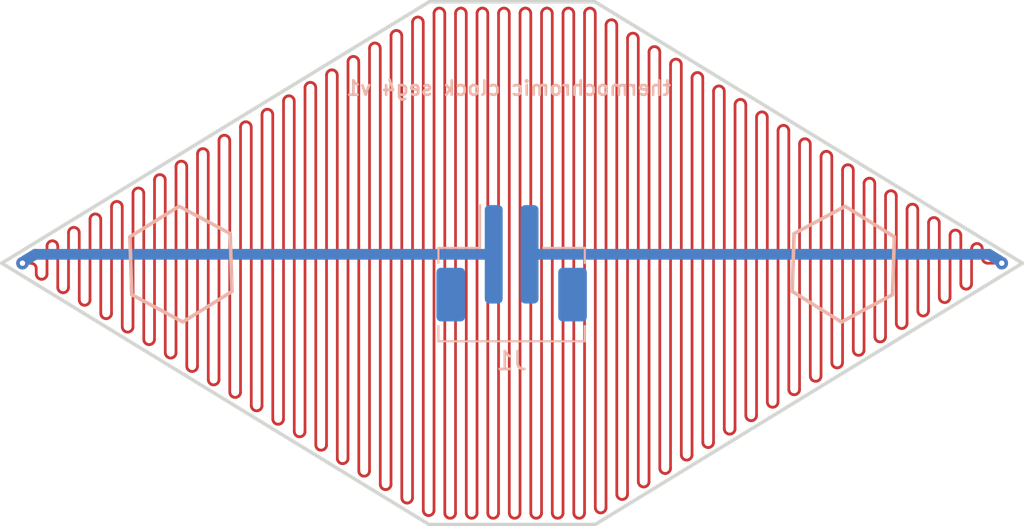
<source format=kicad_pcb>
(kicad_pcb (version 20171130) (host pcbnew "(5.1.5)-3")

  (general
    (thickness 1.6002)
    (drawings 19)
    (tracks 1345)
    (zones 0)
    (modules 1)
    (nets 2)
  )

  (page USLetter)
  (title_block
    (rev 1)
  )

  (layers
    (0 Front signal)
    (31 Back signal)
    (34 B.Paste user)
    (35 F.Paste user)
    (36 B.SilkS user)
    (37 F.SilkS user)
    (38 B.Mask user)
    (39 F.Mask user)
    (44 Edge.Cuts user)
    (45 Margin user)
    (46 B.CrtYd user)
    (47 F.CrtYd user)
    (49 F.Fab user)
  )

  (setup
    (last_trace_width 0.1524)
    (user_trace_width 0.2)
    (user_trace_width 0.4)
    (user_trace_width 0.6)
    (user_trace_width 1)
    (trace_clearance 0.1524)
    (zone_clearance 0.508)
    (zone_45_only no)
    (trace_min 0.1)
    (via_size 0.7)
    (via_drill 0.3)
    (via_min_size 0.5)
    (via_min_drill 0.2)
    (user_via 0.5 0.2)
    (user_via 0.9 0.4)
    (uvia_size 0.6858)
    (uvia_drill 0.3302)
    (uvias_allowed no)
    (uvia_min_size 0)
    (uvia_min_drill 0)
    (edge_width 0.05)
    (segment_width 0.2)
    (pcb_text_width 0.2)
    (pcb_text_size 1 1)
    (mod_edge_width 0.15)
    (mod_text_size 0.8 0.8)
    (mod_text_width 0.15)
    (pad_size 1.524 1.524)
    (pad_drill 0.762)
    (pad_to_mask_clearance 0)
    (solder_mask_min_width 0.1016)
    (aux_axis_origin 0 0)
    (visible_elements 7FFFFFFF)
    (pcbplotparams
      (layerselection 0x010fc_ffffffff)
      (usegerberextensions false)
      (usegerberattributes false)
      (usegerberadvancedattributes false)
      (creategerberjobfile false)
      (excludeedgelayer true)
      (linewidth 0.152400)
      (plotframeref false)
      (viasonmask true)
      (mode 1)
      (useauxorigin false)
      (hpglpennumber 1)
      (hpglpenspeed 20)
      (hpglpendiameter 15.000000)
      (psnegative false)
      (psa4output false)
      (plotreference true)
      (plotvalue false)
      (plotinvisibletext false)
      (padsonsilk false)
      (subtractmaskfromsilk true)
      (outputformat 1)
      (mirror false)
      (drillshape 0)
      (scaleselection 1)
      (outputdirectory "./gerbers"))
  )

  (net 0 "")
  (net 1 "Net-(J1-Pad1)")

  (net_class Default "This is the default net class."
    (clearance 0.1524)
    (trace_width 0.1524)
    (via_dia 0.7)
    (via_drill 0.3)
    (uvia_dia 0.6858)
    (uvia_drill 0.3302)
    (diff_pair_width 0.1524)
    (diff_pair_gap 0.254)
    (add_net "Net-(J1-Pad1)")
  )

  (module Connector_JST:JST_PH_B2B-PH-SM4-TB_1x02-1MP_P2.00mm_Vertical (layer Back) (tedit 5B78AD87) (tstamp 6171B2FE)
    (at 140.5 88.9)
    (descr "JST PH series connector, B2B-PH-SM4-TB (http://www.jst-mfg.com/product/pdf/eng/ePH.pdf), generated with kicad-footprint-generator")
    (tags "connector JST PH side entry")
    (path /616C62E0)
    (attr smd)
    (fp_text reference J1 (at 0 5.45) (layer B.SilkS)
      (effects (font (size 1 1) (thickness 0.15)) (justify mirror))
    )
    (fp_text value Conn_01x02_Male (at 0 -4.45) (layer B.Fab)
      (effects (font (size 1 1) (thickness 0.15)) (justify mirror))
    )
    (fp_text user %R (at 0 1) (layer B.Fab)
      (effects (font (size 1 1) (thickness 0.15)) (justify mirror))
    )
    (fp_line (start -1 -0.042893) (end -0.5 -0.75) (layer B.Fab) (width 0.1))
    (fp_line (start -1.5 -0.75) (end -1 -0.042893) (layer B.Fab) (width 0.1))
    (fp_line (start 4.7 4.75) (end -4.7 4.75) (layer B.CrtYd) (width 0.05))
    (fp_line (start 4.7 -3.75) (end 4.7 4.75) (layer B.CrtYd) (width 0.05))
    (fp_line (start -4.7 -3.75) (end 4.7 -3.75) (layer B.CrtYd) (width 0.05))
    (fp_line (start -4.7 4.75) (end -4.7 -3.75) (layer B.CrtYd) (width 0.05))
    (fp_line (start 1.25 2.75) (end 0.75 2.75) (layer B.Fab) (width 0.1))
    (fp_line (start 1.25 2.25) (end 1.25 2.75) (layer B.Fab) (width 0.1))
    (fp_line (start 0.75 2.25) (end 1.25 2.25) (layer B.Fab) (width 0.1))
    (fp_line (start 0.75 2.75) (end 0.75 2.25) (layer B.Fab) (width 0.1))
    (fp_line (start -0.75 2.75) (end -1.25 2.75) (layer B.Fab) (width 0.1))
    (fp_line (start -0.75 2.25) (end -0.75 2.75) (layer B.Fab) (width 0.1))
    (fp_line (start -1.25 2.25) (end -0.75 2.25) (layer B.Fab) (width 0.1))
    (fp_line (start -1.25 2.75) (end -1.25 2.25) (layer B.Fab) (width 0.1))
    (fp_line (start 3.975 -0.75) (end 3.975 4.25) (layer B.Fab) (width 0.1))
    (fp_line (start -3.975 -0.75) (end -3.975 4.25) (layer B.Fab) (width 0.1))
    (fp_line (start -3.975 4.25) (end 3.975 4.25) (layer B.Fab) (width 0.1))
    (fp_line (start 4.085 4.36) (end 4.085 3.51) (layer B.SilkS) (width 0.12))
    (fp_line (start -4.085 4.36) (end 4.085 4.36) (layer B.SilkS) (width 0.12))
    (fp_line (start -4.085 3.51) (end -4.085 4.36) (layer B.SilkS) (width 0.12))
    (fp_line (start 4.085 -0.86) (end 1.76 -0.86) (layer B.SilkS) (width 0.12))
    (fp_line (start 4.085 -0.01) (end 4.085 -0.86) (layer B.SilkS) (width 0.12))
    (fp_line (start -1.76 -0.86) (end -1.76 -3.25) (layer B.SilkS) (width 0.12))
    (fp_line (start -4.085 -0.86) (end -1.76 -0.86) (layer B.SilkS) (width 0.12))
    (fp_line (start -4.085 -0.01) (end -4.085 -0.86) (layer B.SilkS) (width 0.12))
    (fp_line (start -3.975 -0.75) (end 3.975 -0.75) (layer B.Fab) (width 0.1))
    (pad MP smd roundrect (at 3.4 1.75) (size 1.6 3) (layers Back B.Paste B.Mask) (roundrect_rratio 0.15625))
    (pad MP smd roundrect (at -3.4 1.75) (size 1.6 3) (layers Back B.Paste B.Mask) (roundrect_rratio 0.15625))
    (pad 2 smd roundrect (at 1 -0.5) (size 1 5.5) (layers Back B.Paste B.Mask) (roundrect_rratio 0.25)
      (net 1 "Net-(J1-Pad1)"))
    (pad 1 smd roundrect (at -1 -0.5) (size 1 5.5) (layers Back B.Paste B.Mask) (roundrect_rratio 0.25)
      (net 1 "Net-(J1-Pad1)"))
    (model ${KISYS3DMOD}/Connector_JST.3dshapes/JST_PH_B2B-PH-SM4-TB_1x02-1MP_P2.00mm_Vertical.wrl
      (at (xyz 0 0 0))
      (scale (xyz 1 1 1))
      (rotate (xyz 0 0 0))
    )
    (model ${KICAD_USER_LIBRARY}/user-3dmodels/JST-B2B-PH-SM4-TB.STEP
      (offset (xyz 3.5 1.75 0))
      (scale (xyz 1 1 1))
      (rotate (xyz -90 0 180))
    )
  )

  (gr_text "thermochromic clock seg4 v1" (at 140.335 79.121) (layer B.SilkS)
    (effects (font (size 0.8 0.8) (thickness 0.15)) (justify mirror))
  )
  (gr_line (start 161.756325 90.6542) (end 161.859902 87.422698) (layer B.SilkS) (width 0.2))
  (gr_line (start 156.262776 87.243298) (end 156.1592 90.4748) (layer B.SilkS) (width 0.2))
  (gr_line (start 158.905974 92.180251) (end 161.756325 90.6542) (layer B.SilkS) (width 0.2))
  (gr_line (start 145.15399 103.498412) (end 135.900975 103.498412) (layer Edge.Cuts) (width 0.2))
  (gr_line (start 121.941837 85.717247) (end 124.792188 87.243298) (layer B.SilkS) (width 0.2))
  (gr_line (start 112.045553 88.895998) (end 135.900975 74.293585) (layer Edge.Cuts) (width 0.2))
  (gr_line (start 119.195063 87.422698) (end 121.941837 85.717247) (layer B.SilkS) (width 0.2))
  (gr_line (start 145.15399 74.293585) (end 169.009409 88.895998) (layer Edge.Cuts) (width 0.2))
  (gr_line (start 161.859902 87.422698) (end 159.113128 85.717247) (layer B.SilkS) (width 0.2))
  (gr_line (start 135.900975 74.293585) (end 145.15399 74.293585) (layer Edge.Cuts) (width 0.2))
  (gr_line (start 124.895765 90.4748) (end 122.148991 92.180251) (layer B.SilkS) (width 0.2))
  (gr_line (start 124.792188 87.243298) (end 124.895765 90.4748) (layer B.SilkS) (width 0.2))
  (gr_line (start 122.148991 92.180251) (end 119.29864 90.6542) (layer B.SilkS) (width 0.2))
  (gr_line (start 135.900975 103.498412) (end 112.045553 88.895998) (layer Edge.Cuts) (width 0.2))
  (gr_line (start 159.113128 85.717247) (end 156.262776 87.243298) (layer B.SilkS) (width 0.2))
  (gr_line (start 119.29864 90.6542) (end 119.195063 87.422698) (layer B.SilkS) (width 0.2))
  (gr_line (start 169.009409 88.895998) (end 145.15399 103.498412) (layer Edge.Cuts) (width 0.2))
  (gr_line (start 156.1592 90.4748) (end 158.905974 92.180251) (layer B.SilkS) (width 0.2))

  (via (at 167.855555 88.895998) (size 0.7) (drill 0.3) (layers Front Back) (net 1))
  (segment (start 167.704442 88.744885) (end 167.855555 88.895998) (width 0.6) (layer Back) (net 1))
  (segment (start 141.5 88.4) (end 167.141017 88.4) (width 0.6) (layer Back) (net 1))
  (segment (start 167.141017 88.4) (end 167.704442 88.744885) (width 0.6) (layer Back) (net 1))
  (via (at 113.199407 88.895998) (size 0.7) (drill 0.3) (layers Front Back) (net 1))
  (segment (start 113.35052 88.744885) (end 113.199407 88.895998) (width 0.6) (layer Back) (net 1))
  (segment (start 139.5 88.4) (end 113.913946 88.4) (width 0.6) (layer Back) (net 1))
  (segment (start 113.913946 88.4) (end 113.35052 88.744885) (width 0.6) (layer Back) (net 1))
  (segment (start 165.034452 87.158952) (end 165.081955 87.111449) (width 0.1524) (layer Front) (net 1))
  (segment (start 164.998711 87.215833) (end 165.034452 87.158952) (width 0.1524) (layer Front) (net 1))
  (segment (start 164.976523 87.279242) (end 164.998711 87.215833) (width 0.1524) (layer Front) (net 1))
  (segment (start 164.969002 87.345998) (end 164.976523 87.279242) (width 0.1524) (layer Front) (net 1))
  (segment (start 164.969002 90.795998) (end 164.969002 87.345998) (width 0.1524) (layer Front) (net 1))
  (segment (start 164.96148 90.862754) (end 164.969002 90.795998) (width 0.1524) (layer Front) (net 1))
  (segment (start 164.939292 90.926163) (end 164.96148 90.862754) (width 0.1524) (layer Front) (net 1))
  (segment (start 164.903551 90.983044) (end 164.939292 90.926163) (width 0.1524) (layer Front) (net 1))
  (segment (start 164.856048 91.030547) (end 164.903551 90.983044) (width 0.1524) (layer Front) (net 1))
  (segment (start 164.799167 91.066288) (end 164.856048 91.030547) (width 0.1524) (layer Front) (net 1))
  (segment (start 164.735758 91.088476) (end 164.799167 91.066288) (width 0.1524) (layer Front) (net 1))
  (segment (start 164.669002 91.095998) (end 164.735758 91.088476) (width 0.1524) (layer Front) (net 1))
  (segment (start 164.602245 91.088476) (end 164.669002 91.095998) (width 0.1524) (layer Front) (net 1))
  (segment (start 164.538836 91.066288) (end 164.602245 91.088476) (width 0.1524) (layer Front) (net 1))
  (segment (start 164.481955 91.030547) (end 164.538836 91.066288) (width 0.1524) (layer Front) (net 1))
  (segment (start 164.434452 90.983044) (end 164.481955 91.030547) (width 0.1524) (layer Front) (net 1))
  (segment (start 164.398711 90.926163) (end 164.434452 90.983044) (width 0.1524) (layer Front) (net 1))
  (segment (start 164.376523 90.862754) (end 164.398711 90.926163) (width 0.1524) (layer Front) (net 1))
  (segment (start 164.369002 90.795998) (end 164.376523 90.862754) (width 0.1524) (layer Front) (net 1))
  (segment (start 164.369002 86.645998) (end 164.369002 90.795998) (width 0.1524) (layer Front) (net 1))
  (segment (start 164.36148 86.579242) (end 164.369002 86.645998) (width 0.1524) (layer Front) (net 1))
  (segment (start 164.339292 86.515833) (end 164.36148 86.579242) (width 0.1524) (layer Front) (net 1))
  (segment (start 164.303551 86.458952) (end 164.339292 86.515833) (width 0.1524) (layer Front) (net 1))
  (segment (start 164.256048 86.411449) (end 164.303551 86.458952) (width 0.1524) (layer Front) (net 1))
  (segment (start 164.199167 86.375708) (end 164.256048 86.411449) (width 0.1524) (layer Front) (net 1))
  (segment (start 164.135758 86.35352) (end 164.199167 86.375708) (width 0.1524) (layer Front) (net 1))
  (segment (start 164.069002 86.345998) (end 164.135758 86.35352) (width 0.1524) (layer Front) (net 1))
  (segment (start 164.002245 86.35352) (end 164.069002 86.345998) (width 0.1524) (layer Front) (net 1))
  (segment (start 163.938836 86.375708) (end 164.002245 86.35352) (width 0.1524) (layer Front) (net 1))
  (segment (start 163.881955 86.411449) (end 163.938836 86.375708) (width 0.1524) (layer Front) (net 1))
  (segment (start 163.834452 86.458952) (end 163.881955 86.411449) (width 0.1524) (layer Front) (net 1))
  (segment (start 163.798711 86.515833) (end 163.834452 86.458952) (width 0.1524) (layer Front) (net 1))
  (segment (start 163.776523 86.579242) (end 163.798711 86.515833) (width 0.1524) (layer Front) (net 1))
  (segment (start 163.769002 86.645998) (end 163.776523 86.579242) (width 0.1524) (layer Front) (net 1))
  (segment (start 163.769002 91.545998) (end 163.769002 86.645998) (width 0.1524) (layer Front) (net 1))
  (segment (start 163.76148 91.612754) (end 163.769002 91.545998) (width 0.1524) (layer Front) (net 1))
  (segment (start 163.739292 91.676163) (end 163.76148 91.612754) (width 0.1524) (layer Front) (net 1))
  (segment (start 163.703551 91.733044) (end 163.739292 91.676163) (width 0.1524) (layer Front) (net 1))
  (segment (start 163.656048 91.780547) (end 163.703551 91.733044) (width 0.1524) (layer Front) (net 1))
  (segment (start 163.599167 91.816288) (end 163.656048 91.780547) (width 0.1524) (layer Front) (net 1))
  (segment (start 163.535758 91.838476) (end 163.599167 91.816288) (width 0.1524) (layer Front) (net 1))
  (segment (start 163.469002 91.845998) (end 163.535758 91.838476) (width 0.1524) (layer Front) (net 1))
  (segment (start 163.402245 91.838476) (end 163.469002 91.845998) (width 0.1524) (layer Front) (net 1))
  (segment (start 163.338836 91.816288) (end 163.402245 91.838476) (width 0.1524) (layer Front) (net 1))
  (segment (start 163.281955 91.780547) (end 163.338836 91.816288) (width 0.1524) (layer Front) (net 1))
  (segment (start 163.234452 91.733044) (end 163.281955 91.780547) (width 0.1524) (layer Front) (net 1))
  (segment (start 163.198711 91.676163) (end 163.234452 91.733044) (width 0.1524) (layer Front) (net 1))
  (segment (start 163.176523 91.612754) (end 163.198711 91.676163) (width 0.1524) (layer Front) (net 1))
  (segment (start 163.169002 91.545998) (end 163.176523 91.612754) (width 0.1524) (layer Front) (net 1))
  (segment (start 163.169002 85.895998) (end 163.169002 91.545998) (width 0.1524) (layer Front) (net 1))
  (segment (start 163.16148 85.829242) (end 163.169002 85.895998) (width 0.1524) (layer Front) (net 1))
  (segment (start 163.139292 85.765833) (end 163.16148 85.829242) (width 0.1524) (layer Front) (net 1))
  (segment (start 163.103551 85.708952) (end 163.139292 85.765833) (width 0.1524) (layer Front) (net 1))
  (segment (start 163.056048 85.661449) (end 163.103551 85.708952) (width 0.1524) (layer Front) (net 1))
  (segment (start 162.999167 85.625708) (end 163.056048 85.661449) (width 0.1524) (layer Front) (net 1))
  (segment (start 162.935758 85.60352) (end 162.999167 85.625708) (width 0.1524) (layer Front) (net 1))
  (segment (start 162.869002 85.595998) (end 162.935758 85.60352) (width 0.1524) (layer Front) (net 1))
  (segment (start 162.802245 85.60352) (end 162.869002 85.595998) (width 0.1524) (layer Front) (net 1))
  (segment (start 162.738836 85.625708) (end 162.802245 85.60352) (width 0.1524) (layer Front) (net 1))
  (segment (start 162.681955 85.661449) (end 162.738836 85.625708) (width 0.1524) (layer Front) (net 1))
  (segment (start 162.634452 85.708952) (end 162.681955 85.661449) (width 0.1524) (layer Front) (net 1))
  (segment (start 162.598711 85.765833) (end 162.634452 85.708952) (width 0.1524) (layer Front) (net 1))
  (segment (start 162.576523 85.829242) (end 162.598711 85.765833) (width 0.1524) (layer Front) (net 1))
  (segment (start 162.569002 85.895998) (end 162.576523 85.829242) (width 0.1524) (layer Front) (net 1))
  (segment (start 162.569002 92.245998) (end 162.569002 85.895998) (width 0.1524) (layer Front) (net 1))
  (segment (start 162.56148 92.312754) (end 162.569002 92.245998) (width 0.1524) (layer Front) (net 1))
  (segment (start 162.539292 92.376163) (end 162.56148 92.312754) (width 0.1524) (layer Front) (net 1))
  (segment (start 162.503551 92.433044) (end 162.539292 92.376163) (width 0.1524) (layer Front) (net 1))
  (segment (start 162.456048 92.480547) (end 162.503551 92.433044) (width 0.1524) (layer Front) (net 1))
  (segment (start 162.399167 92.516288) (end 162.456048 92.480547) (width 0.1524) (layer Front) (net 1))
  (segment (start 162.335758 92.538476) (end 162.399167 92.516288) (width 0.1524) (layer Front) (net 1))
  (segment (start 162.269002 92.545998) (end 162.335758 92.538476) (width 0.1524) (layer Front) (net 1))
  (segment (start 162.202245 92.538476) (end 162.269002 92.545998) (width 0.1524) (layer Front) (net 1))
  (segment (start 162.138836 92.516288) (end 162.202245 92.538476) (width 0.1524) (layer Front) (net 1))
  (segment (start 162.081955 92.480547) (end 162.138836 92.516288) (width 0.1524) (layer Front) (net 1))
  (segment (start 162.034452 92.433044) (end 162.081955 92.480547) (width 0.1524) (layer Front) (net 1))
  (segment (start 161.998711 92.376163) (end 162.034452 92.433044) (width 0.1524) (layer Front) (net 1))
  (segment (start 161.976523 92.312754) (end 161.998711 92.376163) (width 0.1524) (layer Front) (net 1))
  (segment (start 161.969002 92.245998) (end 161.976523 92.312754) (width 0.1524) (layer Front) (net 1))
  (segment (start 161.969002 85.145998) (end 161.969002 92.245998) (width 0.1524) (layer Front) (net 1))
  (segment (start 161.96148 85.079242) (end 161.969002 85.145998) (width 0.1524) (layer Front) (net 1))
  (segment (start 161.939292 85.015833) (end 161.96148 85.079242) (width 0.1524) (layer Front) (net 1))
  (segment (start 161.903551 84.958952) (end 161.939292 85.015833) (width 0.1524) (layer Front) (net 1))
  (segment (start 161.856048 84.911449) (end 161.903551 84.958952) (width 0.1524) (layer Front) (net 1))
  (segment (start 161.799167 84.875708) (end 161.856048 84.911449) (width 0.1524) (layer Front) (net 1))
  (segment (start 161.735758 84.85352) (end 161.799167 84.875708) (width 0.1524) (layer Front) (net 1))
  (segment (start 161.669002 84.845998) (end 161.735758 84.85352) (width 0.1524) (layer Front) (net 1))
  (segment (start 161.602245 84.85352) (end 161.669002 84.845998) (width 0.1524) (layer Front) (net 1))
  (segment (start 161.538836 84.875708) (end 161.602245 84.85352) (width 0.1524) (layer Front) (net 1))
  (segment (start 161.481955 84.911449) (end 161.538836 84.875708) (width 0.1524) (layer Front) (net 1))
  (segment (start 161.434452 84.958952) (end 161.481955 84.911449) (width 0.1524) (layer Front) (net 1))
  (segment (start 161.398711 85.015833) (end 161.434452 84.958952) (width 0.1524) (layer Front) (net 1))
  (segment (start 161.376523 85.079242) (end 161.398711 85.015833) (width 0.1524) (layer Front) (net 1))
  (segment (start 161.369002 85.145998) (end 161.376523 85.079242) (width 0.1524) (layer Front) (net 1))
  (segment (start 161.369002 92.995998) (end 161.369002 85.145998) (width 0.1524) (layer Front) (net 1))
  (segment (start 161.36148 93.062754) (end 161.369002 92.995998) (width 0.1524) (layer Front) (net 1))
  (segment (start 161.339292 93.126163) (end 161.36148 93.062754) (width 0.1524) (layer Front) (net 1))
  (segment (start 161.303551 93.183044) (end 161.339292 93.126163) (width 0.1524) (layer Front) (net 1))
  (segment (start 161.256048 93.230547) (end 161.303551 93.183044) (width 0.1524) (layer Front) (net 1))
  (segment (start 161.199167 93.266288) (end 161.256048 93.230547) (width 0.1524) (layer Front) (net 1))
  (segment (start 161.135758 93.288476) (end 161.199167 93.266288) (width 0.1524) (layer Front) (net 1))
  (segment (start 161.069002 93.295998) (end 161.135758 93.288476) (width 0.1524) (layer Front) (net 1))
  (segment (start 161.002245 93.288476) (end 161.069002 93.295998) (width 0.1524) (layer Front) (net 1))
  (segment (start 160.938836 93.266288) (end 161.002245 93.288476) (width 0.1524) (layer Front) (net 1))
  (segment (start 160.881955 93.230547) (end 160.938836 93.266288) (width 0.1524) (layer Front) (net 1))
  (segment (start 160.834452 93.183044) (end 160.881955 93.230547) (width 0.1524) (layer Front) (net 1))
  (segment (start 160.798711 93.126163) (end 160.834452 93.183044) (width 0.1524) (layer Front) (net 1))
  (segment (start 160.776523 93.062754) (end 160.798711 93.126163) (width 0.1524) (layer Front) (net 1))
  (segment (start 160.769002 92.995998) (end 160.776523 93.062754) (width 0.1524) (layer Front) (net 1))
  (segment (start 160.769002 84.445998) (end 160.769002 92.995998) (width 0.1524) (layer Front) (net 1))
  (segment (start 160.76148 84.379242) (end 160.769002 84.445998) (width 0.1524) (layer Front) (net 1))
  (segment (start 160.739292 84.315833) (end 160.76148 84.379242) (width 0.1524) (layer Front) (net 1))
  (segment (start 160.703551 84.258952) (end 160.739292 84.315833) (width 0.1524) (layer Front) (net 1))
  (segment (start 160.656048 84.211449) (end 160.703551 84.258952) (width 0.1524) (layer Front) (net 1))
  (segment (start 160.599167 84.175708) (end 160.656048 84.211449) (width 0.1524) (layer Front) (net 1))
  (segment (start 160.535758 84.15352) (end 160.599167 84.175708) (width 0.1524) (layer Front) (net 1))
  (segment (start 160.469002 84.145998) (end 160.535758 84.15352) (width 0.1524) (layer Front) (net 1))
  (segment (start 160.402245 84.15352) (end 160.469002 84.145998) (width 0.1524) (layer Front) (net 1))
  (segment (start 160.338836 84.175708) (end 160.402245 84.15352) (width 0.1524) (layer Front) (net 1))
  (segment (start 160.281955 84.211449) (end 160.338836 84.175708) (width 0.1524) (layer Front) (net 1))
  (segment (start 160.234452 84.258952) (end 160.281955 84.211449) (width 0.1524) (layer Front) (net 1))
  (segment (start 160.198711 84.315833) (end 160.234452 84.258952) (width 0.1524) (layer Front) (net 1))
  (segment (start 160.176523 84.379242) (end 160.198711 84.315833) (width 0.1524) (layer Front) (net 1))
  (segment (start 160.169002 84.445998) (end 160.176523 84.379242) (width 0.1524) (layer Front) (net 1))
  (segment (start 160.169002 93.745998) (end 160.169002 84.445998) (width 0.1524) (layer Front) (net 1))
  (segment (start 160.16148 93.812754) (end 160.169002 93.745998) (width 0.1524) (layer Front) (net 1))
  (segment (start 160.139292 93.876163) (end 160.16148 93.812754) (width 0.1524) (layer Front) (net 1))
  (segment (start 160.103551 93.933044) (end 160.139292 93.876163) (width 0.1524) (layer Front) (net 1))
  (segment (start 160.056048 93.980547) (end 160.103551 93.933044) (width 0.1524) (layer Front) (net 1))
  (segment (start 159.999167 94.016288) (end 160.056048 93.980547) (width 0.1524) (layer Front) (net 1))
  (segment (start 159.935758 94.038476) (end 159.999167 94.016288) (width 0.1524) (layer Front) (net 1))
  (segment (start 159.869002 94.045998) (end 159.935758 94.038476) (width 0.1524) (layer Front) (net 1))
  (segment (start 159.802245 94.038476) (end 159.869002 94.045998) (width 0.1524) (layer Front) (net 1))
  (segment (start 159.738836 94.016288) (end 159.802245 94.038476) (width 0.1524) (layer Front) (net 1))
  (segment (start 159.681955 93.980547) (end 159.738836 94.016288) (width 0.1524) (layer Front) (net 1))
  (segment (start 159.634452 93.933044) (end 159.681955 93.980547) (width 0.1524) (layer Front) (net 1))
  (segment (start 159.598711 93.876163) (end 159.634452 93.933044) (width 0.1524) (layer Front) (net 1))
  (segment (start 159.576523 93.812754) (end 159.598711 93.876163) (width 0.1524) (layer Front) (net 1))
  (segment (start 159.539292 83.565833) (end 159.56148 83.629242) (width 0.1524) (layer Front) (net 1))
  (segment (start 159.503551 83.508952) (end 159.539292 83.565833) (width 0.1524) (layer Front) (net 1))
  (segment (start 159.456048 83.461449) (end 159.503551 83.508952) (width 0.1524) (layer Front) (net 1))
  (segment (start 159.399167 83.425708) (end 159.456048 83.461449) (width 0.1524) (layer Front) (net 1))
  (segment (start 159.335758 83.40352) (end 159.399167 83.425708) (width 0.1524) (layer Front) (net 1))
  (segment (start 159.269002 83.395998) (end 159.335758 83.40352) (width 0.1524) (layer Front) (net 1))
  (segment (start 159.202245 83.40352) (end 159.269002 83.395998) (width 0.1524) (layer Front) (net 1))
  (segment (start 159.138836 83.425708) (end 159.202245 83.40352) (width 0.1524) (layer Front) (net 1))
  (segment (start 159.081955 83.461449) (end 159.138836 83.425708) (width 0.1524) (layer Front) (net 1))
  (segment (start 159.034452 83.508952) (end 159.081955 83.461449) (width 0.1524) (layer Front) (net 1))
  (segment (start 158.998711 83.565833) (end 159.034452 83.508952) (width 0.1524) (layer Front) (net 1))
  (segment (start 158.976523 83.629242) (end 158.998711 83.565833) (width 0.1524) (layer Front) (net 1))
  (segment (start 158.969002 83.695998) (end 158.976523 83.629242) (width 0.1524) (layer Front) (net 1))
  (segment (start 158.969002 94.445998) (end 158.969002 83.695998) (width 0.1524) (layer Front) (net 1))
  (segment (start 158.96148 94.512754) (end 158.969002 94.445998) (width 0.1524) (layer Front) (net 1))
  (segment (start 158.939292 94.576163) (end 158.96148 94.512754) (width 0.1524) (layer Front) (net 1))
  (segment (start 158.903551 94.633044) (end 158.939292 94.576163) (width 0.1524) (layer Front) (net 1))
  (segment (start 158.856048 94.680547) (end 158.903551 94.633044) (width 0.1524) (layer Front) (net 1))
  (segment (start 158.799167 94.716288) (end 158.856048 94.680547) (width 0.1524) (layer Front) (net 1))
  (segment (start 158.735758 94.738476) (end 158.799167 94.716288) (width 0.1524) (layer Front) (net 1))
  (segment (start 158.669002 94.745998) (end 158.735758 94.738476) (width 0.1524) (layer Front) (net 1))
  (segment (start 158.602245 94.738476) (end 158.669002 94.745998) (width 0.1524) (layer Front) (net 1))
  (segment (start 158.538836 94.716288) (end 158.602245 94.738476) (width 0.1524) (layer Front) (net 1))
  (segment (start 158.481955 94.680547) (end 158.538836 94.716288) (width 0.1524) (layer Front) (net 1))
  (segment (start 158.434452 94.633044) (end 158.481955 94.680547) (width 0.1524) (layer Front) (net 1))
  (segment (start 158.398711 94.576163) (end 158.434452 94.633044) (width 0.1524) (layer Front) (net 1))
  (segment (start 158.376523 94.512754) (end 158.398711 94.576163) (width 0.1524) (layer Front) (net 1))
  (segment (start 158.369002 94.445998) (end 158.376523 94.512754) (width 0.1524) (layer Front) (net 1))
  (segment (start 158.369002 82.945998) (end 158.369002 94.445998) (width 0.1524) (layer Front) (net 1))
  (segment (start 158.36148 82.879242) (end 158.369002 82.945998) (width 0.1524) (layer Front) (net 1))
  (segment (start 158.339292 82.815833) (end 158.36148 82.879242) (width 0.1524) (layer Front) (net 1))
  (segment (start 158.303551 82.758952) (end 158.339292 82.815833) (width 0.1524) (layer Front) (net 1))
  (segment (start 158.256048 82.711449) (end 158.303551 82.758952) (width 0.1524) (layer Front) (net 1))
  (segment (start 158.199167 82.675708) (end 158.256048 82.711449) (width 0.1524) (layer Front) (net 1))
  (segment (start 158.135758 82.65352) (end 158.199167 82.675708) (width 0.1524) (layer Front) (net 1))
  (segment (start 158.069002 82.645998) (end 158.135758 82.65352) (width 0.1524) (layer Front) (net 1))
  (segment (start 158.002245 82.65352) (end 158.069002 82.645998) (width 0.1524) (layer Front) (net 1))
  (segment (start 157.938836 82.675708) (end 158.002245 82.65352) (width 0.1524) (layer Front) (net 1))
  (segment (start 157.881955 82.711449) (end 157.938836 82.675708) (width 0.1524) (layer Front) (net 1))
  (segment (start 157.834452 82.758952) (end 157.881955 82.711449) (width 0.1524) (layer Front) (net 1))
  (segment (start 157.798711 82.815833) (end 157.834452 82.758952) (width 0.1524) (layer Front) (net 1))
  (segment (start 157.776523 82.879242) (end 157.798711 82.815833) (width 0.1524) (layer Front) (net 1))
  (segment (start 157.769002 82.945998) (end 157.776523 82.879242) (width 0.1524) (layer Front) (net 1))
  (segment (start 157.769002 95.195998) (end 157.769002 82.945998) (width 0.1524) (layer Front) (net 1))
  (segment (start 157.76148 95.262754) (end 157.769002 95.195998) (width 0.1524) (layer Front) (net 1))
  (segment (start 157.739292 95.326163) (end 157.76148 95.262754) (width 0.1524) (layer Front) (net 1))
  (segment (start 157.703551 95.383044) (end 157.739292 95.326163) (width 0.1524) (layer Front) (net 1))
  (segment (start 157.656048 95.430547) (end 157.703551 95.383044) (width 0.1524) (layer Front) (net 1))
  (segment (start 157.599167 95.466288) (end 157.656048 95.430547) (width 0.1524) (layer Front) (net 1))
  (segment (start 157.535758 95.488476) (end 157.599167 95.466288) (width 0.1524) (layer Front) (net 1))
  (segment (start 157.469002 95.495998) (end 157.535758 95.488476) (width 0.1524) (layer Front) (net 1))
  (segment (start 157.402245 95.488476) (end 157.469002 95.495998) (width 0.1524) (layer Front) (net 1))
  (segment (start 157.338836 95.466288) (end 157.402245 95.488476) (width 0.1524) (layer Front) (net 1))
  (segment (start 157.281955 95.430547) (end 157.338836 95.466288) (width 0.1524) (layer Front) (net 1))
  (segment (start 157.234452 95.383044) (end 157.281955 95.430547) (width 0.1524) (layer Front) (net 1))
  (segment (start 157.198711 95.326163) (end 157.234452 95.383044) (width 0.1524) (layer Front) (net 1))
  (segment (start 157.176523 95.262754) (end 157.198711 95.326163) (width 0.1524) (layer Front) (net 1))
  (segment (start 157.169002 95.195998) (end 157.176523 95.262754) (width 0.1524) (layer Front) (net 1))
  (segment (start 157.169002 82.245998) (end 157.169002 95.195998) (width 0.1524) (layer Front) (net 1))
  (segment (start 157.16148 82.179242) (end 157.169002 82.245998) (width 0.1524) (layer Front) (net 1))
  (segment (start 157.139292 82.115833) (end 157.16148 82.179242) (width 0.1524) (layer Front) (net 1))
  (segment (start 157.103551 82.058952) (end 157.139292 82.115833) (width 0.1524) (layer Front) (net 1))
  (segment (start 157.056048 82.011449) (end 157.103551 82.058952) (width 0.1524) (layer Front) (net 1))
  (segment (start 156.999167 81.975708) (end 157.056048 82.011449) (width 0.1524) (layer Front) (net 1))
  (segment (start 156.935758 81.95352) (end 156.999167 81.975708) (width 0.1524) (layer Front) (net 1))
  (segment (start 156.869002 81.945998) (end 156.935758 81.95352) (width 0.1524) (layer Front) (net 1))
  (segment (start 156.802245 81.95352) (end 156.869002 81.945998) (width 0.1524) (layer Front) (net 1))
  (segment (start 156.738836 81.975708) (end 156.802245 81.95352) (width 0.1524) (layer Front) (net 1))
  (segment (start 156.681955 82.011449) (end 156.738836 81.975708) (width 0.1524) (layer Front) (net 1))
  (segment (start 156.634452 82.058952) (end 156.681955 82.011449) (width 0.1524) (layer Front) (net 1))
  (segment (start 156.598711 82.115833) (end 156.634452 82.058952) (width 0.1524) (layer Front) (net 1))
  (segment (start 156.576523 82.179242) (end 156.598711 82.115833) (width 0.1524) (layer Front) (net 1))
  (segment (start 156.569002 82.245998) (end 156.576523 82.179242) (width 0.1524) (layer Front) (net 1))
  (segment (start 156.569002 95.945998) (end 156.569002 82.245998) (width 0.1524) (layer Front) (net 1))
  (segment (start 156.56148 96.012754) (end 156.569002 95.945998) (width 0.1524) (layer Front) (net 1))
  (segment (start 156.539292 96.076163) (end 156.56148 96.012754) (width 0.1524) (layer Front) (net 1))
  (segment (start 156.503551 96.133044) (end 156.539292 96.076163) (width 0.1524) (layer Front) (net 1))
  (segment (start 156.456048 96.180547) (end 156.503551 96.133044) (width 0.1524) (layer Front) (net 1))
  (segment (start 156.399167 96.216288) (end 156.456048 96.180547) (width 0.1524) (layer Front) (net 1))
  (segment (start 156.335758 96.238476) (end 156.399167 96.216288) (width 0.1524) (layer Front) (net 1))
  (segment (start 156.269002 96.245998) (end 156.335758 96.238476) (width 0.1524) (layer Front) (net 1))
  (segment (start 156.202245 96.238476) (end 156.269002 96.245998) (width 0.1524) (layer Front) (net 1))
  (segment (start 156.138836 96.216288) (end 156.202245 96.238476) (width 0.1524) (layer Front) (net 1))
  (segment (start 156.081955 96.180547) (end 156.138836 96.216288) (width 0.1524) (layer Front) (net 1))
  (segment (start 156.034452 96.133044) (end 156.081955 96.180547) (width 0.1524) (layer Front) (net 1))
  (segment (start 155.998711 96.076163) (end 156.034452 96.133044) (width 0.1524) (layer Front) (net 1))
  (segment (start 155.976523 96.012754) (end 155.998711 96.076163) (width 0.1524) (layer Front) (net 1))
  (segment (start 155.969002 95.945998) (end 155.976523 96.012754) (width 0.1524) (layer Front) (net 1))
  (segment (start 155.969002 81.495998) (end 155.969002 95.945998) (width 0.1524) (layer Front) (net 1))
  (segment (start 155.96148 81.429242) (end 155.969002 81.495998) (width 0.1524) (layer Front) (net 1))
  (segment (start 155.939292 81.365833) (end 155.96148 81.429242) (width 0.1524) (layer Front) (net 1))
  (segment (start 155.903551 81.308952) (end 155.939292 81.365833) (width 0.1524) (layer Front) (net 1))
  (segment (start 155.856048 81.261449) (end 155.903551 81.308952) (width 0.1524) (layer Front) (net 1))
  (segment (start 155.799167 81.225708) (end 155.856048 81.261449) (width 0.1524) (layer Front) (net 1))
  (segment (start 155.735758 81.20352) (end 155.799167 81.225708) (width 0.1524) (layer Front) (net 1))
  (segment (start 155.669002 81.195998) (end 155.735758 81.20352) (width 0.1524) (layer Front) (net 1))
  (segment (start 155.602245 81.20352) (end 155.669002 81.195998) (width 0.1524) (layer Front) (net 1))
  (segment (start 155.538836 81.225708) (end 155.602245 81.20352) (width 0.1524) (layer Front) (net 1))
  (segment (start 155.481955 81.261449) (end 155.538836 81.225708) (width 0.1524) (layer Front) (net 1))
  (segment (start 155.434452 81.308952) (end 155.481955 81.261449) (width 0.1524) (layer Front) (net 1))
  (segment (start 155.398711 81.365833) (end 155.434452 81.308952) (width 0.1524) (layer Front) (net 1))
  (segment (start 155.376523 81.429242) (end 155.398711 81.365833) (width 0.1524) (layer Front) (net 1))
  (segment (start 155.369002 81.495998) (end 155.376523 81.429242) (width 0.1524) (layer Front) (net 1))
  (segment (start 155.369002 96.645998) (end 155.369002 81.495998) (width 0.1524) (layer Front) (net 1))
  (segment (start 155.36148 96.712754) (end 155.369002 96.645998) (width 0.1524) (layer Front) (net 1))
  (segment (start 155.339292 96.776163) (end 155.36148 96.712754) (width 0.1524) (layer Front) (net 1))
  (segment (start 155.303551 96.833044) (end 155.339292 96.776163) (width 0.1524) (layer Front) (net 1))
  (segment (start 155.256048 96.880547) (end 155.303551 96.833044) (width 0.1524) (layer Front) (net 1))
  (segment (start 155.199167 96.916288) (end 155.256048 96.880547) (width 0.1524) (layer Front) (net 1))
  (segment (start 155.135758 96.938476) (end 155.199167 96.916288) (width 0.1524) (layer Front) (net 1))
  (segment (start 155.069002 96.945998) (end 155.135758 96.938476) (width 0.1524) (layer Front) (net 1))
  (segment (start 155.002245 96.938476) (end 155.069002 96.945998) (width 0.1524) (layer Front) (net 1))
  (segment (start 154.938836 96.916288) (end 155.002245 96.938476) (width 0.1524) (layer Front) (net 1))
  (segment (start 154.881955 96.880547) (end 154.938836 96.916288) (width 0.1524) (layer Front) (net 1))
  (segment (start 154.834452 96.833044) (end 154.881955 96.880547) (width 0.1524) (layer Front) (net 1))
  (segment (start 154.798711 96.776163) (end 154.834452 96.833044) (width 0.1524) (layer Front) (net 1))
  (segment (start 154.776523 96.712754) (end 154.798711 96.776163) (width 0.1524) (layer Front) (net 1))
  (segment (start 154.769002 96.645998) (end 154.776523 96.712754) (width 0.1524) (layer Front) (net 1))
  (segment (start 154.769002 80.745998) (end 154.769002 96.645998) (width 0.1524) (layer Front) (net 1))
  (segment (start 154.76148 80.679242) (end 154.769002 80.745998) (width 0.1524) (layer Front) (net 1))
  (segment (start 154.739292 80.615833) (end 154.76148 80.679242) (width 0.1524) (layer Front) (net 1))
  (segment (start 154.703551 80.558952) (end 154.739292 80.615833) (width 0.1524) (layer Front) (net 1))
  (segment (start 154.656048 80.511449) (end 154.703551 80.558952) (width 0.1524) (layer Front) (net 1))
  (segment (start 154.599167 80.475708) (end 154.656048 80.511449) (width 0.1524) (layer Front) (net 1))
  (segment (start 154.535758 80.45352) (end 154.599167 80.475708) (width 0.1524) (layer Front) (net 1))
  (segment (start 154.469002 80.445998) (end 154.535758 80.45352) (width 0.1524) (layer Front) (net 1))
  (segment (start 154.402245 80.45352) (end 154.469002 80.445998) (width 0.1524) (layer Front) (net 1))
  (segment (start 154.338836 80.475708) (end 154.402245 80.45352) (width 0.1524) (layer Front) (net 1))
  (segment (start 154.281955 80.511449) (end 154.338836 80.475708) (width 0.1524) (layer Front) (net 1))
  (segment (start 159.56148 83.629242) (end 159.569002 83.695998) (width 0.1524) (layer Front) (net 1))
  (segment (start 154.234452 80.558952) (end 154.281955 80.511449) (width 0.1524) (layer Front) (net 1))
  (segment (start 159.569002 83.695998) (end 159.569002 93.745998) (width 0.1524) (layer Front) (net 1))
  (segment (start 154.198711 80.615833) (end 154.234452 80.558952) (width 0.1524) (layer Front) (net 1))
  (segment (start 154.176523 80.679242) (end 154.198711 80.615833) (width 0.1524) (layer Front) (net 1))
  (segment (start 154.169002 80.745998) (end 154.176523 80.679242) (width 0.1524) (layer Front) (net 1))
  (segment (start 154.169002 97.395998) (end 154.169002 80.745998) (width 0.1524) (layer Front) (net 1))
  (segment (start 154.16148 97.462754) (end 154.169002 97.395998) (width 0.1524) (layer Front) (net 1))
  (segment (start 154.139292 97.526163) (end 154.16148 97.462754) (width 0.1524) (layer Front) (net 1))
  (segment (start 154.103551 97.583044) (end 154.139292 97.526163) (width 0.1524) (layer Front) (net 1))
  (segment (start 154.056048 97.630547) (end 154.103551 97.583044) (width 0.1524) (layer Front) (net 1))
  (segment (start 153.999167 97.666288) (end 154.056048 97.630547) (width 0.1524) (layer Front) (net 1))
  (segment (start 153.935758 97.688476) (end 153.999167 97.666288) (width 0.1524) (layer Front) (net 1))
  (segment (start 153.869002 97.695998) (end 153.935758 97.688476) (width 0.1524) (layer Front) (net 1))
  (segment (start 153.802245 97.688476) (end 153.869002 97.695998) (width 0.1524) (layer Front) (net 1))
  (segment (start 153.738836 97.666288) (end 153.802245 97.688476) (width 0.1524) (layer Front) (net 1))
  (segment (start 153.681955 97.630547) (end 153.738836 97.666288) (width 0.1524) (layer Front) (net 1))
  (segment (start 153.634452 97.583044) (end 153.681955 97.630547) (width 0.1524) (layer Front) (net 1))
  (segment (start 153.598711 97.526163) (end 153.634452 97.583044) (width 0.1524) (layer Front) (net 1))
  (segment (start 153.576523 97.462754) (end 153.598711 97.526163) (width 0.1524) (layer Front) (net 1))
  (segment (start 153.569002 97.395998) (end 153.576523 97.462754) (width 0.1524) (layer Front) (net 1))
  (segment (start 153.569002 80.045998) (end 153.569002 97.395998) (width 0.1524) (layer Front) (net 1))
  (segment (start 153.56148 79.979242) (end 153.569002 80.045998) (width 0.1524) (layer Front) (net 1))
  (segment (start 159.569002 93.745998) (end 159.576523 93.812754) (width 0.1524) (layer Front) (net 1))
  (segment (start 153.539292 79.915833) (end 153.56148 79.979242) (width 0.1524) (layer Front) (net 1))
  (segment (start 153.503551 79.858952) (end 153.539292 79.915833) (width 0.1524) (layer Front) (net 1))
  (segment (start 153.456048 79.811449) (end 153.503551 79.858952) (width 0.1524) (layer Front) (net 1))
  (segment (start 153.399167 79.775708) (end 153.456048 79.811449) (width 0.1524) (layer Front) (net 1))
  (segment (start 153.335758 79.75352) (end 153.399167 79.775708) (width 0.1524) (layer Front) (net 1))
  (segment (start 153.269002 79.745998) (end 153.335758 79.75352) (width 0.1524) (layer Front) (net 1))
  (segment (start 153.202245 79.75352) (end 153.269002 79.745998) (width 0.1524) (layer Front) (net 1))
  (segment (start 153.138836 79.775708) (end 153.202245 79.75352) (width 0.1524) (layer Front) (net 1))
  (segment (start 153.081955 79.811449) (end 153.138836 79.775708) (width 0.1524) (layer Front) (net 1))
  (segment (start 153.034452 79.858952) (end 153.081955 79.811449) (width 0.1524) (layer Front) (net 1))
  (segment (start 152.998711 79.915833) (end 153.034452 79.858952) (width 0.1524) (layer Front) (net 1))
  (segment (start 152.976523 79.979242) (end 152.998711 79.915833) (width 0.1524) (layer Front) (net 1))
  (segment (start 152.969002 80.045998) (end 152.976523 79.979242) (width 0.1524) (layer Front) (net 1))
  (segment (start 152.969002 98.145998) (end 152.969002 80.045998) (width 0.1524) (layer Front) (net 1))
  (segment (start 152.96148 98.212754) (end 152.969002 98.145998) (width 0.1524) (layer Front) (net 1))
  (segment (start 152.939292 98.276163) (end 152.96148 98.212754) (width 0.1524) (layer Front) (net 1))
  (segment (start 152.903551 98.333044) (end 152.939292 98.276163) (width 0.1524) (layer Front) (net 1))
  (segment (start 152.856048 98.380547) (end 152.903551 98.333044) (width 0.1524) (layer Front) (net 1))
  (segment (start 152.799167 98.416288) (end 152.856048 98.380547) (width 0.1524) (layer Front) (net 1))
  (segment (start 152.735758 98.438476) (end 152.799167 98.416288) (width 0.1524) (layer Front) (net 1))
  (segment (start 152.669002 98.445998) (end 152.735758 98.438476) (width 0.1524) (layer Front) (net 1))
  (segment (start 152.602245 98.438476) (end 152.669002 98.445998) (width 0.1524) (layer Front) (net 1))
  (segment (start 152.538836 98.416288) (end 152.602245 98.438476) (width 0.1524) (layer Front) (net 1))
  (segment (start 152.481955 98.380547) (end 152.538836 98.416288) (width 0.1524) (layer Front) (net 1))
  (segment (start 152.434452 98.333044) (end 152.481955 98.380547) (width 0.1524) (layer Front) (net 1))
  (segment (start 152.398711 98.276163) (end 152.434452 98.333044) (width 0.1524) (layer Front) (net 1))
  (segment (start 152.376523 98.212754) (end 152.398711 98.276163) (width 0.1524) (layer Front) (net 1))
  (segment (start 152.369002 98.145998) (end 152.376523 98.212754) (width 0.1524) (layer Front) (net 1))
  (segment (start 152.369002 79.295998) (end 152.369002 98.145998) (width 0.1524) (layer Front) (net 1))
  (segment (start 152.36148 79.229242) (end 152.369002 79.295998) (width 0.1524) (layer Front) (net 1))
  (segment (start 152.339292 79.165833) (end 152.36148 79.229242) (width 0.1524) (layer Front) (net 1))
  (segment (start 152.303551 79.108952) (end 152.339292 79.165833) (width 0.1524) (layer Front) (net 1))
  (segment (start 152.256048 79.061449) (end 152.303551 79.108952) (width 0.1524) (layer Front) (net 1))
  (segment (start 152.199167 79.025708) (end 152.256048 79.061449) (width 0.1524) (layer Front) (net 1))
  (segment (start 152.135758 79.00352) (end 152.199167 79.025708) (width 0.1524) (layer Front) (net 1))
  (segment (start 152.069002 78.995998) (end 152.135758 79.00352) (width 0.1524) (layer Front) (net 1))
  (segment (start 152.002245 79.00352) (end 152.069002 78.995998) (width 0.1524) (layer Front) (net 1))
  (segment (start 151.938836 79.025708) (end 152.002245 79.00352) (width 0.1524) (layer Front) (net 1))
  (segment (start 151.881955 79.061449) (end 151.938836 79.025708) (width 0.1524) (layer Front) (net 1))
  (segment (start 151.834452 79.108952) (end 151.881955 79.061449) (width 0.1524) (layer Front) (net 1))
  (segment (start 151.798711 79.165833) (end 151.834452 79.108952) (width 0.1524) (layer Front) (net 1))
  (segment (start 151.776523 79.229242) (end 151.798711 79.165833) (width 0.1524) (layer Front) (net 1))
  (segment (start 151.769002 79.295998) (end 151.776523 79.229242) (width 0.1524) (layer Front) (net 1))
  (segment (start 151.769002 98.895998) (end 151.769002 79.295998) (width 0.1524) (layer Front) (net 1))
  (segment (start 151.76148 98.962754) (end 151.769002 98.895998) (width 0.1524) (layer Front) (net 1))
  (segment (start 151.739292 99.026163) (end 151.76148 98.962754) (width 0.1524) (layer Front) (net 1))
  (segment (start 151.703551 99.083044) (end 151.739292 99.026163) (width 0.1524) (layer Front) (net 1))
  (segment (start 151.656048 99.130547) (end 151.703551 99.083044) (width 0.1524) (layer Front) (net 1))
  (segment (start 151.599167 99.166288) (end 151.656048 99.130547) (width 0.1524) (layer Front) (net 1))
  (segment (start 151.535758 99.188476) (end 151.599167 99.166288) (width 0.1524) (layer Front) (net 1))
  (segment (start 151.469002 99.195998) (end 151.535758 99.188476) (width 0.1524) (layer Front) (net 1))
  (segment (start 151.402245 99.188476) (end 151.469002 99.195998) (width 0.1524) (layer Front) (net 1))
  (segment (start 151.338836 99.166288) (end 151.402245 99.188476) (width 0.1524) (layer Front) (net 1))
  (segment (start 151.281955 99.130547) (end 151.338836 99.166288) (width 0.1524) (layer Front) (net 1))
  (segment (start 151.234452 99.083044) (end 151.281955 99.130547) (width 0.1524) (layer Front) (net 1))
  (segment (start 151.198711 99.026163) (end 151.234452 99.083044) (width 0.1524) (layer Front) (net 1))
  (segment (start 151.176523 98.962754) (end 151.198711 99.026163) (width 0.1524) (layer Front) (net 1))
  (segment (start 151.169002 98.895998) (end 151.176523 98.962754) (width 0.1524) (layer Front) (net 1))
  (segment (start 151.169002 78.545998) (end 151.169002 98.895998) (width 0.1524) (layer Front) (net 1))
  (segment (start 151.16148 78.479242) (end 151.169002 78.545998) (width 0.1524) (layer Front) (net 1))
  (segment (start 151.139292 78.415833) (end 151.16148 78.479242) (width 0.1524) (layer Front) (net 1))
  (segment (start 151.103551 78.358952) (end 151.139292 78.415833) (width 0.1524) (layer Front) (net 1))
  (segment (start 151.056048 78.311449) (end 151.103551 78.358952) (width 0.1524) (layer Front) (net 1))
  (segment (start 150.999167 78.275708) (end 151.056048 78.311449) (width 0.1524) (layer Front) (net 1))
  (segment (start 150.935758 78.25352) (end 150.999167 78.275708) (width 0.1524) (layer Front) (net 1))
  (segment (start 150.869002 78.245998) (end 150.935758 78.25352) (width 0.1524) (layer Front) (net 1))
  (segment (start 150.802245 78.25352) (end 150.869002 78.245998) (width 0.1524) (layer Front) (net 1))
  (segment (start 150.738836 78.275708) (end 150.802245 78.25352) (width 0.1524) (layer Front) (net 1))
  (segment (start 150.681955 78.311449) (end 150.738836 78.275708) (width 0.1524) (layer Front) (net 1))
  (segment (start 150.634452 78.358952) (end 150.681955 78.311449) (width 0.1524) (layer Front) (net 1))
  (segment (start 150.598711 78.415833) (end 150.634452 78.358952) (width 0.1524) (layer Front) (net 1))
  (segment (start 150.576523 78.479242) (end 150.598711 78.415833) (width 0.1524) (layer Front) (net 1))
  (segment (start 150.569002 78.545998) (end 150.576523 78.479242) (width 0.1524) (layer Front) (net 1))
  (segment (start 150.569002 99.595998) (end 150.569002 78.545998) (width 0.1524) (layer Front) (net 1))
  (segment (start 150.56148 99.662754) (end 150.569002 99.595998) (width 0.1524) (layer Front) (net 1))
  (segment (start 150.539292 99.726163) (end 150.56148 99.662754) (width 0.1524) (layer Front) (net 1))
  (segment (start 150.503551 99.783044) (end 150.539292 99.726163) (width 0.1524) (layer Front) (net 1))
  (segment (start 150.456048 99.830547) (end 150.503551 99.783044) (width 0.1524) (layer Front) (net 1))
  (segment (start 150.399167 99.866288) (end 150.456048 99.830547) (width 0.1524) (layer Front) (net 1))
  (segment (start 150.335758 99.888476) (end 150.399167 99.866288) (width 0.1524) (layer Front) (net 1))
  (segment (start 150.269002 99.895998) (end 150.335758 99.888476) (width 0.1524) (layer Front) (net 1))
  (segment (start 150.202245 99.888476) (end 150.269002 99.895998) (width 0.1524) (layer Front) (net 1))
  (segment (start 150.138836 99.866288) (end 150.202245 99.888476) (width 0.1524) (layer Front) (net 1))
  (segment (start 150.081955 99.830547) (end 150.138836 99.866288) (width 0.1524) (layer Front) (net 1))
  (segment (start 150.034452 99.783044) (end 150.081955 99.830547) (width 0.1524) (layer Front) (net 1))
  (segment (start 149.998711 99.726163) (end 150.034452 99.783044) (width 0.1524) (layer Front) (net 1))
  (segment (start 149.976523 99.662754) (end 149.998711 99.726163) (width 0.1524) (layer Front) (net 1))
  (segment (start 149.969002 99.595998) (end 149.976523 99.662754) (width 0.1524) (layer Front) (net 1))
  (segment (start 149.969002 77.795998) (end 149.969002 99.595998) (width 0.1524) (layer Front) (net 1))
  (segment (start 149.96148 77.729242) (end 149.969002 77.795998) (width 0.1524) (layer Front) (net 1))
  (segment (start 149.939292 77.665833) (end 149.96148 77.729242) (width 0.1524) (layer Front) (net 1))
  (segment (start 149.903551 77.608952) (end 149.939292 77.665833) (width 0.1524) (layer Front) (net 1))
  (segment (start 149.856048 77.561449) (end 149.903551 77.608952) (width 0.1524) (layer Front) (net 1))
  (segment (start 149.799167 77.525708) (end 149.856048 77.561449) (width 0.1524) (layer Front) (net 1))
  (segment (start 149.735758 77.50352) (end 149.799167 77.525708) (width 0.1524) (layer Front) (net 1))
  (segment (start 149.669002 77.495998) (end 149.735758 77.50352) (width 0.1524) (layer Front) (net 1))
  (segment (start 149.602245 77.50352) (end 149.669002 77.495998) (width 0.1524) (layer Front) (net 1))
  (segment (start 149.538836 77.525708) (end 149.602245 77.50352) (width 0.1524) (layer Front) (net 1))
  (segment (start 149.481955 77.561449) (end 149.538836 77.525708) (width 0.1524) (layer Front) (net 1))
  (segment (start 149.434452 77.608952) (end 149.481955 77.561449) (width 0.1524) (layer Front) (net 1))
  (segment (start 149.398711 77.665833) (end 149.434452 77.608952) (width 0.1524) (layer Front) (net 1))
  (segment (start 149.376523 77.729242) (end 149.398711 77.665833) (width 0.1524) (layer Front) (net 1))
  (segment (start 149.369002 77.795998) (end 149.376523 77.729242) (width 0.1524) (layer Front) (net 1))
  (segment (start 149.369002 100.345998) (end 149.369002 77.795998) (width 0.1524) (layer Front) (net 1))
  (segment (start 149.36148 100.412754) (end 149.369002 100.345998) (width 0.1524) (layer Front) (net 1))
  (segment (start 149.339292 100.476163) (end 149.36148 100.412754) (width 0.1524) (layer Front) (net 1))
  (segment (start 149.303551 100.533044) (end 149.339292 100.476163) (width 0.1524) (layer Front) (net 1))
  (segment (start 149.256048 100.580547) (end 149.303551 100.533044) (width 0.1524) (layer Front) (net 1))
  (segment (start 149.199167 100.616288) (end 149.256048 100.580547) (width 0.1524) (layer Front) (net 1))
  (segment (start 149.135758 100.638476) (end 149.199167 100.616288) (width 0.1524) (layer Front) (net 1))
  (segment (start 149.069002 100.645998) (end 149.135758 100.638476) (width 0.1524) (layer Front) (net 1))
  (segment (start 149.002245 100.638476) (end 149.069002 100.645998) (width 0.1524) (layer Front) (net 1))
  (segment (start 148.938836 100.616288) (end 149.002245 100.638476) (width 0.1524) (layer Front) (net 1))
  (segment (start 148.881955 100.580547) (end 148.938836 100.616288) (width 0.1524) (layer Front) (net 1))
  (segment (start 148.834452 100.533044) (end 148.881955 100.580547) (width 0.1524) (layer Front) (net 1))
  (segment (start 148.798711 100.476163) (end 148.834452 100.533044) (width 0.1524) (layer Front) (net 1))
  (segment (start 148.776523 100.412754) (end 148.798711 100.476163) (width 0.1524) (layer Front) (net 1))
  (segment (start 148.769002 100.345998) (end 148.776523 100.412754) (width 0.1524) (layer Front) (net 1))
  (segment (start 148.769002 77.095998) (end 148.769002 100.345998) (width 0.1524) (layer Front) (net 1))
  (segment (start 148.76148 77.029242) (end 148.769002 77.095998) (width 0.1524) (layer Front) (net 1))
  (segment (start 148.739292 76.965833) (end 148.76148 77.029242) (width 0.1524) (layer Front) (net 1))
  (segment (start 148.703551 76.908952) (end 148.739292 76.965833) (width 0.1524) (layer Front) (net 1))
  (segment (start 148.656048 76.861449) (end 148.703551 76.908952) (width 0.1524) (layer Front) (net 1))
  (segment (start 148.599167 76.825708) (end 148.656048 76.861449) (width 0.1524) (layer Front) (net 1))
  (segment (start 148.535758 76.80352) (end 148.599167 76.825708) (width 0.1524) (layer Front) (net 1))
  (segment (start 148.469002 76.795998) (end 148.535758 76.80352) (width 0.1524) (layer Front) (net 1))
  (segment (start 148.402245 76.80352) (end 148.469002 76.795998) (width 0.1524) (layer Front) (net 1))
  (segment (start 148.338836 76.825708) (end 148.402245 76.80352) (width 0.1524) (layer Front) (net 1))
  (segment (start 148.281955 76.861449) (end 148.338836 76.825708) (width 0.1524) (layer Front) (net 1))
  (segment (start 148.234452 76.908952) (end 148.281955 76.861449) (width 0.1524) (layer Front) (net 1))
  (segment (start 148.198711 76.965833) (end 148.234452 76.908952) (width 0.1524) (layer Front) (net 1))
  (segment (start 148.176523 77.029242) (end 148.198711 76.965833) (width 0.1524) (layer Front) (net 1))
  (segment (start 148.169002 77.095998) (end 148.176523 77.029242) (width 0.1524) (layer Front) (net 1))
  (segment (start 148.169002 101.095998) (end 148.169002 77.095998) (width 0.1524) (layer Front) (net 1))
  (segment (start 148.16148 101.162754) (end 148.169002 101.095998) (width 0.1524) (layer Front) (net 1))
  (segment (start 148.139292 101.226163) (end 148.16148 101.162754) (width 0.1524) (layer Front) (net 1))
  (segment (start 148.103551 101.283044) (end 148.139292 101.226163) (width 0.1524) (layer Front) (net 1))
  (segment (start 148.056048 101.330547) (end 148.103551 101.283044) (width 0.1524) (layer Front) (net 1))
  (segment (start 147.999167 101.366288) (end 148.056048 101.330547) (width 0.1524) (layer Front) (net 1))
  (segment (start 147.935758 101.388476) (end 147.999167 101.366288) (width 0.1524) (layer Front) (net 1))
  (segment (start 147.869002 101.395998) (end 147.935758 101.388476) (width 0.1524) (layer Front) (net 1))
  (segment (start 147.802245 101.388476) (end 147.869002 101.395998) (width 0.1524) (layer Front) (net 1))
  (segment (start 147.738836 101.366288) (end 147.802245 101.388476) (width 0.1524) (layer Front) (net 1))
  (segment (start 147.681955 101.330547) (end 147.738836 101.366288) (width 0.1524) (layer Front) (net 1))
  (segment (start 147.634452 101.283044) (end 147.681955 101.330547) (width 0.1524) (layer Front) (net 1))
  (segment (start 147.598711 101.226163) (end 147.634452 101.283044) (width 0.1524) (layer Front) (net 1))
  (segment (start 147.576523 101.162754) (end 147.598711 101.226163) (width 0.1524) (layer Front) (net 1))
  (segment (start 147.569002 101.095998) (end 147.576523 101.162754) (width 0.1524) (layer Front) (net 1))
  (segment (start 147.569002 76.345998) (end 147.569002 101.095998) (width 0.1524) (layer Front) (net 1))
  (segment (start 147.56148 76.279242) (end 147.569002 76.345998) (width 0.1524) (layer Front) (net 1))
  (segment (start 147.539292 76.215833) (end 147.56148 76.279242) (width 0.1524) (layer Front) (net 1))
  (segment (start 147.503551 76.158952) (end 147.539292 76.215833) (width 0.1524) (layer Front) (net 1))
  (segment (start 147.456048 76.111449) (end 147.503551 76.158952) (width 0.1524) (layer Front) (net 1))
  (segment (start 147.399167 76.075708) (end 147.456048 76.111449) (width 0.1524) (layer Front) (net 1))
  (segment (start 147.335758 76.05352) (end 147.399167 76.075708) (width 0.1524) (layer Front) (net 1))
  (segment (start 147.269002 76.045998) (end 147.335758 76.05352) (width 0.1524) (layer Front) (net 1))
  (segment (start 147.202245 76.05352) (end 147.269002 76.045998) (width 0.1524) (layer Front) (net 1))
  (segment (start 147.138836 76.075708) (end 147.202245 76.05352) (width 0.1524) (layer Front) (net 1))
  (segment (start 147.081955 76.111449) (end 147.138836 76.075708) (width 0.1524) (layer Front) (net 1))
  (segment (start 147.034452 76.158952) (end 147.081955 76.111449) (width 0.1524) (layer Front) (net 1))
  (segment (start 146.998711 76.215833) (end 147.034452 76.158952) (width 0.1524) (layer Front) (net 1))
  (segment (start 146.976523 76.279242) (end 146.998711 76.215833) (width 0.1524) (layer Front) (net 1))
  (segment (start 146.969002 76.345998) (end 146.976523 76.279242) (width 0.1524) (layer Front) (net 1))
  (segment (start 146.969002 101.795998) (end 146.969002 76.345998) (width 0.1524) (layer Front) (net 1))
  (segment (start 146.96148 101.862754) (end 146.969002 101.795998) (width 0.1524) (layer Front) (net 1))
  (segment (start 146.939292 101.926163) (end 146.96148 101.862754) (width 0.1524) (layer Front) (net 1))
  (segment (start 146.903551 101.983044) (end 146.939292 101.926163) (width 0.1524) (layer Front) (net 1))
  (segment (start 146.856048 102.030547) (end 146.903551 101.983044) (width 0.1524) (layer Front) (net 1))
  (segment (start 146.799167 102.066288) (end 146.856048 102.030547) (width 0.1524) (layer Front) (net 1))
  (segment (start 146.735758 102.088476) (end 146.799167 102.066288) (width 0.1524) (layer Front) (net 1))
  (segment (start 146.669002 102.095998) (end 146.735758 102.088476) (width 0.1524) (layer Front) (net 1))
  (segment (start 146.602245 102.088476) (end 146.669002 102.095998) (width 0.1524) (layer Front) (net 1))
  (segment (start 146.538836 102.066288) (end 146.602245 102.088476) (width 0.1524) (layer Front) (net 1))
  (segment (start 146.481955 102.030547) (end 146.538836 102.066288) (width 0.1524) (layer Front) (net 1))
  (segment (start 129.999167 99.316288) (end 130.056048 99.280547) (width 0.1524) (layer Front) (net 1))
  (segment (start 129.869002 99.345998) (end 129.935758 99.338476) (width 0.1524) (layer Front) (net 1))
  (segment (start 129.802245 99.338476) (end 129.869002 99.345998) (width 0.1524) (layer Front) (net 1))
  (segment (start 129.634452 99.233044) (end 129.681955 99.280547) (width 0.1524) (layer Front) (net 1))
  (segment (start 129.598711 99.176163) (end 129.634452 99.233044) (width 0.1524) (layer Front) (net 1))
  (segment (start 129.576523 99.112754) (end 129.598711 99.176163) (width 0.1524) (layer Front) (net 1))
  (segment (start 129.569002 99.045998) (end 129.576523 99.112754) (width 0.1524) (layer Front) (net 1))
  (segment (start 129.569002 79.095998) (end 129.569002 99.045998) (width 0.1524) (layer Front) (net 1))
  (segment (start 129.56148 79.029242) (end 129.569002 79.095998) (width 0.1524) (layer Front) (net 1))
  (segment (start 129.503551 78.908952) (end 129.539292 78.965833) (width 0.1524) (layer Front) (net 1))
  (segment (start 129.399167 78.825708) (end 129.456048 78.861449) (width 0.1524) (layer Front) (net 1))
  (segment (start 129.269002 78.795998) (end 129.335758 78.80352) (width 0.1524) (layer Front) (net 1))
  (segment (start 129.202245 78.80352) (end 129.269002 78.795998) (width 0.1524) (layer Front) (net 1))
  (segment (start 129.138836 78.825708) (end 129.202245 78.80352) (width 0.1524) (layer Front) (net 1))
  (segment (start 128.998711 78.965833) (end 129.034452 78.908952) (width 0.1524) (layer Front) (net 1))
  (segment (start 128.976523 79.029242) (end 128.998711 78.965833) (width 0.1524) (layer Front) (net 1))
  (segment (start 128.903551 98.483044) (end 128.939292 98.426163) (width 0.1524) (layer Front) (net 1))
  (segment (start 128.856048 98.530547) (end 128.903551 98.483044) (width 0.1524) (layer Front) (net 1))
  (segment (start 128.799167 98.566288) (end 128.856048 98.530547) (width 0.1524) (layer Front) (net 1))
  (segment (start 128.735758 98.588476) (end 128.799167 98.566288) (width 0.1524) (layer Front) (net 1))
  (segment (start 128.602245 98.588476) (end 128.669002 98.595998) (width 0.1524) (layer Front) (net 1))
  (segment (start 128.434452 98.483044) (end 128.481955 98.530547) (width 0.1524) (layer Front) (net 1))
  (segment (start 128.36148 79.779242) (end 128.369002 79.845998) (width 0.1524) (layer Front) (net 1))
  (segment (start 128.303551 79.658952) (end 128.339292 79.715833) (width 0.1524) (layer Front) (net 1))
  (segment (start 128.199167 79.575708) (end 128.256048 79.611449) (width 0.1524) (layer Front) (net 1))
  (segment (start 128.135758 79.55352) (end 128.199167 79.575708) (width 0.1524) (layer Front) (net 1))
  (segment (start 128.069002 79.545998) (end 128.135758 79.55352) (width 0.1524) (layer Front) (net 1))
  (segment (start 128.002245 79.55352) (end 128.069002 79.545998) (width 0.1524) (layer Front) (net 1))
  (segment (start 127.938836 79.575708) (end 128.002245 79.55352) (width 0.1524) (layer Front) (net 1))
  (segment (start 127.881955 79.611449) (end 127.938836 79.575708) (width 0.1524) (layer Front) (net 1))
  (segment (start 127.834452 79.658952) (end 127.881955 79.611449) (width 0.1524) (layer Front) (net 1))
  (segment (start 127.798711 79.715833) (end 127.834452 79.658952) (width 0.1524) (layer Front) (net 1))
  (segment (start 127.776523 79.779242) (end 127.798711 79.715833) (width 0.1524) (layer Front) (net 1))
  (segment (start 127.769002 79.845998) (end 127.776523 79.779242) (width 0.1524) (layer Front) (net 1))
  (segment (start 127.769002 97.595998) (end 127.769002 79.845998) (width 0.1524) (layer Front) (net 1))
  (segment (start 127.76148 97.662754) (end 127.769002 97.595998) (width 0.1524) (layer Front) (net 1))
  (segment (start 127.739292 97.726163) (end 127.76148 97.662754) (width 0.1524) (layer Front) (net 1))
  (segment (start 127.703551 97.783044) (end 127.739292 97.726163) (width 0.1524) (layer Front) (net 1))
  (segment (start 127.656048 97.830547) (end 127.703551 97.783044) (width 0.1524) (layer Front) (net 1))
  (segment (start 127.599167 97.866288) (end 127.656048 97.830547) (width 0.1524) (layer Front) (net 1))
  (segment (start 127.535758 97.888476) (end 127.599167 97.866288) (width 0.1524) (layer Front) (net 1))
  (segment (start 127.469002 97.895998) (end 127.535758 97.888476) (width 0.1524) (layer Front) (net 1))
  (segment (start 127.402245 97.888476) (end 127.469002 97.895998) (width 0.1524) (layer Front) (net 1))
  (segment (start 127.338836 97.866288) (end 127.402245 97.888476) (width 0.1524) (layer Front) (net 1))
  (segment (start 127.281955 97.830547) (end 127.338836 97.866288) (width 0.1524) (layer Front) (net 1))
  (segment (start 127.234452 97.783044) (end 127.281955 97.830547) (width 0.1524) (layer Front) (net 1))
  (segment (start 127.198711 97.726163) (end 127.234452 97.783044) (width 0.1524) (layer Front) (net 1))
  (segment (start 127.176523 97.662754) (end 127.198711 97.726163) (width 0.1524) (layer Front) (net 1))
  (segment (start 127.169002 97.595998) (end 127.176523 97.662754) (width 0.1524) (layer Front) (net 1))
  (segment (start 127.169002 80.595998) (end 127.169002 97.595998) (width 0.1524) (layer Front) (net 1))
  (segment (start 127.16148 80.529242) (end 127.169002 80.595998) (width 0.1524) (layer Front) (net 1))
  (segment (start 127.139292 80.465833) (end 127.16148 80.529242) (width 0.1524) (layer Front) (net 1))
  (segment (start 127.103551 80.408952) (end 127.139292 80.465833) (width 0.1524) (layer Front) (net 1))
  (segment (start 127.056048 80.361449) (end 127.103551 80.408952) (width 0.1524) (layer Front) (net 1))
  (segment (start 126.999167 80.325708) (end 127.056048 80.361449) (width 0.1524) (layer Front) (net 1))
  (segment (start 126.935758 80.30352) (end 126.999167 80.325708) (width 0.1524) (layer Front) (net 1))
  (segment (start 126.869002 80.295998) (end 126.935758 80.30352) (width 0.1524) (layer Front) (net 1))
  (segment (start 126.802245 80.30352) (end 126.869002 80.295998) (width 0.1524) (layer Front) (net 1))
  (segment (start 126.738836 80.325708) (end 126.802245 80.30352) (width 0.1524) (layer Front) (net 1))
  (segment (start 126.681955 80.361449) (end 126.738836 80.325708) (width 0.1524) (layer Front) (net 1))
  (segment (start 126.634452 80.408952) (end 126.681955 80.361449) (width 0.1524) (layer Front) (net 1))
  (segment (start 126.598711 80.465833) (end 126.634452 80.408952) (width 0.1524) (layer Front) (net 1))
  (segment (start 126.576523 80.529242) (end 126.598711 80.465833) (width 0.1524) (layer Front) (net 1))
  (segment (start 126.569002 80.595998) (end 126.576523 80.529242) (width 0.1524) (layer Front) (net 1))
  (segment (start 126.569002 96.845998) (end 126.569002 80.595998) (width 0.1524) (layer Front) (net 1))
  (segment (start 126.56148 96.912754) (end 126.569002 96.845998) (width 0.1524) (layer Front) (net 1))
  (segment (start 126.539292 96.976163) (end 126.56148 96.912754) (width 0.1524) (layer Front) (net 1))
  (segment (start 126.503551 97.033044) (end 126.539292 96.976163) (width 0.1524) (layer Front) (net 1))
  (segment (start 126.456048 97.080547) (end 126.503551 97.033044) (width 0.1524) (layer Front) (net 1))
  (segment (start 126.399167 97.116288) (end 126.456048 97.080547) (width 0.1524) (layer Front) (net 1))
  (segment (start 126.335758 97.138476) (end 126.399167 97.116288) (width 0.1524) (layer Front) (net 1))
  (segment (start 126.269002 97.145998) (end 126.335758 97.138476) (width 0.1524) (layer Front) (net 1))
  (segment (start 126.202245 97.138476) (end 126.269002 97.145998) (width 0.1524) (layer Front) (net 1))
  (segment (start 126.138836 97.116288) (end 126.202245 97.138476) (width 0.1524) (layer Front) (net 1))
  (segment (start 126.081955 97.080547) (end 126.138836 97.116288) (width 0.1524) (layer Front) (net 1))
  (segment (start 126.034452 97.033044) (end 126.081955 97.080547) (width 0.1524) (layer Front) (net 1))
  (segment (start 125.998711 96.976163) (end 126.034452 97.033044) (width 0.1524) (layer Front) (net 1))
  (segment (start 125.976523 96.912754) (end 125.998711 96.976163) (width 0.1524) (layer Front) (net 1))
  (segment (start 125.969002 96.845998) (end 125.976523 96.912754) (width 0.1524) (layer Front) (net 1))
  (segment (start 125.969002 81.295998) (end 125.969002 96.845998) (width 0.1524) (layer Front) (net 1))
  (segment (start 125.96148 81.229242) (end 125.969002 81.295998) (width 0.1524) (layer Front) (net 1))
  (segment (start 125.939292 81.165833) (end 125.96148 81.229242) (width 0.1524) (layer Front) (net 1))
  (segment (start 125.903551 81.108952) (end 125.939292 81.165833) (width 0.1524) (layer Front) (net 1))
  (segment (start 125.856048 81.061449) (end 125.903551 81.108952) (width 0.1524) (layer Front) (net 1))
  (segment (start 125.799167 81.025708) (end 125.856048 81.061449) (width 0.1524) (layer Front) (net 1))
  (segment (start 125.735758 81.00352) (end 125.799167 81.025708) (width 0.1524) (layer Front) (net 1))
  (segment (start 125.669002 80.995998) (end 125.735758 81.00352) (width 0.1524) (layer Front) (net 1))
  (segment (start 125.602245 81.00352) (end 125.669002 80.995998) (width 0.1524) (layer Front) (net 1))
  (segment (start 125.538836 81.025708) (end 125.602245 81.00352) (width 0.1524) (layer Front) (net 1))
  (segment (start 125.481955 81.061449) (end 125.538836 81.025708) (width 0.1524) (layer Front) (net 1))
  (segment (start 125.434452 81.108952) (end 125.481955 81.061449) (width 0.1524) (layer Front) (net 1))
  (segment (start 125.398711 81.165833) (end 125.434452 81.108952) (width 0.1524) (layer Front) (net 1))
  (segment (start 125.376523 81.229242) (end 125.398711 81.165833) (width 0.1524) (layer Front) (net 1))
  (segment (start 125.369002 81.295998) (end 125.376523 81.229242) (width 0.1524) (layer Front) (net 1))
  (segment (start 125.369002 96.095998) (end 125.369002 81.295998) (width 0.1524) (layer Front) (net 1))
  (segment (start 125.36148 96.162754) (end 125.369002 96.095998) (width 0.1524) (layer Front) (net 1))
  (segment (start 125.339292 96.226163) (end 125.36148 96.162754) (width 0.1524) (layer Front) (net 1))
  (segment (start 125.303551 96.283044) (end 125.339292 96.226163) (width 0.1524) (layer Front) (net 1))
  (segment (start 125.256048 96.330547) (end 125.303551 96.283044) (width 0.1524) (layer Front) (net 1))
  (segment (start 125.199167 96.366288) (end 125.256048 96.330547) (width 0.1524) (layer Front) (net 1))
  (segment (start 125.135758 96.388476) (end 125.199167 96.366288) (width 0.1524) (layer Front) (net 1))
  (segment (start 125.069002 96.395998) (end 125.135758 96.388476) (width 0.1524) (layer Front) (net 1))
  (segment (start 125.002245 96.388476) (end 125.069002 96.395998) (width 0.1524) (layer Front) (net 1))
  (segment (start 124.938836 96.366288) (end 125.002245 96.388476) (width 0.1524) (layer Front) (net 1))
  (segment (start 124.881955 96.330547) (end 124.938836 96.366288) (width 0.1524) (layer Front) (net 1))
  (segment (start 124.834452 96.283044) (end 124.881955 96.330547) (width 0.1524) (layer Front) (net 1))
  (segment (start 124.798711 96.226163) (end 124.834452 96.283044) (width 0.1524) (layer Front) (net 1))
  (segment (start 124.776523 96.162754) (end 124.798711 96.226163) (width 0.1524) (layer Front) (net 1))
  (segment (start 124.769002 96.095998) (end 124.776523 96.162754) (width 0.1524) (layer Front) (net 1))
  (segment (start 124.769002 82.045998) (end 124.769002 96.095998) (width 0.1524) (layer Front) (net 1))
  (segment (start 124.76148 81.979242) (end 124.769002 82.045998) (width 0.1524) (layer Front) (net 1))
  (segment (start 124.739292 81.915833) (end 124.76148 81.979242) (width 0.1524) (layer Front) (net 1))
  (segment (start 124.703551 81.858952) (end 124.739292 81.915833) (width 0.1524) (layer Front) (net 1))
  (segment (start 124.656048 81.811449) (end 124.703551 81.858952) (width 0.1524) (layer Front) (net 1))
  (segment (start 124.599167 81.775708) (end 124.656048 81.811449) (width 0.1524) (layer Front) (net 1))
  (segment (start 124.535758 81.75352) (end 124.599167 81.775708) (width 0.1524) (layer Front) (net 1))
  (segment (start 124.469002 81.745998) (end 124.535758 81.75352) (width 0.1524) (layer Front) (net 1))
  (segment (start 124.402245 81.75352) (end 124.469002 81.745998) (width 0.1524) (layer Front) (net 1))
  (segment (start 124.338836 81.775708) (end 124.402245 81.75352) (width 0.1524) (layer Front) (net 1))
  (segment (start 124.281955 81.811449) (end 124.338836 81.775708) (width 0.1524) (layer Front) (net 1))
  (segment (start 124.234452 81.858952) (end 124.281955 81.811449) (width 0.1524) (layer Front) (net 1))
  (segment (start 124.198711 81.915833) (end 124.234452 81.858952) (width 0.1524) (layer Front) (net 1))
  (segment (start 124.176523 81.979242) (end 124.198711 81.915833) (width 0.1524) (layer Front) (net 1))
  (segment (start 124.169002 82.045998) (end 124.176523 81.979242) (width 0.1524) (layer Front) (net 1))
  (segment (start 124.169002 95.395998) (end 124.169002 82.045998) (width 0.1524) (layer Front) (net 1))
  (segment (start 124.16148 95.462754) (end 124.169002 95.395998) (width 0.1524) (layer Front) (net 1))
  (segment (start 124.139292 95.526163) (end 124.16148 95.462754) (width 0.1524) (layer Front) (net 1))
  (segment (start 124.103551 95.583044) (end 124.139292 95.526163) (width 0.1524) (layer Front) (net 1))
  (segment (start 124.056048 95.630547) (end 124.103551 95.583044) (width 0.1524) (layer Front) (net 1))
  (segment (start 123.999167 95.666288) (end 124.056048 95.630547) (width 0.1524) (layer Front) (net 1))
  (segment (start 123.935758 95.688476) (end 123.999167 95.666288) (width 0.1524) (layer Front) (net 1))
  (segment (start 123.869002 95.695998) (end 123.935758 95.688476) (width 0.1524) (layer Front) (net 1))
  (segment (start 123.802245 95.688476) (end 123.869002 95.695998) (width 0.1524) (layer Front) (net 1))
  (segment (start 123.738836 95.666288) (end 123.802245 95.688476) (width 0.1524) (layer Front) (net 1))
  (segment (start 123.681955 95.630547) (end 123.738836 95.666288) (width 0.1524) (layer Front) (net 1))
  (segment (start 123.634452 95.583044) (end 123.681955 95.630547) (width 0.1524) (layer Front) (net 1))
  (segment (start 123.598711 95.526163) (end 123.634452 95.583044) (width 0.1524) (layer Front) (net 1))
  (segment (start 123.576523 95.462754) (end 123.598711 95.526163) (width 0.1524) (layer Front) (net 1))
  (segment (start 123.569002 95.395998) (end 123.576523 95.462754) (width 0.1524) (layer Front) (net 1))
  (segment (start 123.569002 82.795998) (end 123.569002 95.395998) (width 0.1524) (layer Front) (net 1))
  (segment (start 123.56148 82.729242) (end 123.569002 82.795998) (width 0.1524) (layer Front) (net 1))
  (segment (start 123.539292 82.665833) (end 123.56148 82.729242) (width 0.1524) (layer Front) (net 1))
  (segment (start 123.503551 82.608952) (end 123.539292 82.665833) (width 0.1524) (layer Front) (net 1))
  (segment (start 123.456048 82.561449) (end 123.503551 82.608952) (width 0.1524) (layer Front) (net 1))
  (segment (start 123.399167 82.525708) (end 123.456048 82.561449) (width 0.1524) (layer Front) (net 1))
  (segment (start 123.335758 82.50352) (end 123.399167 82.525708) (width 0.1524) (layer Front) (net 1))
  (segment (start 123.269002 82.495998) (end 123.335758 82.50352) (width 0.1524) (layer Front) (net 1))
  (segment (start 123.202245 82.50352) (end 123.269002 82.495998) (width 0.1524) (layer Front) (net 1))
  (segment (start 123.138836 82.525708) (end 123.202245 82.50352) (width 0.1524) (layer Front) (net 1))
  (segment (start 123.081955 82.561449) (end 123.138836 82.525708) (width 0.1524) (layer Front) (net 1))
  (segment (start 123.034452 82.608952) (end 123.081955 82.561449) (width 0.1524) (layer Front) (net 1))
  (segment (start 122.998711 82.665833) (end 123.034452 82.608952) (width 0.1524) (layer Front) (net 1))
  (segment (start 122.976523 82.729242) (end 122.998711 82.665833) (width 0.1524) (layer Front) (net 1))
  (segment (start 122.969002 82.795998) (end 122.976523 82.729242) (width 0.1524) (layer Front) (net 1))
  (segment (start 122.969002 94.645998) (end 122.969002 82.795998) (width 0.1524) (layer Front) (net 1))
  (segment (start 122.96148 94.712754) (end 122.969002 94.645998) (width 0.1524) (layer Front) (net 1))
  (segment (start 122.939292 94.776163) (end 122.96148 94.712754) (width 0.1524) (layer Front) (net 1))
  (segment (start 122.903551 94.833044) (end 122.939292 94.776163) (width 0.1524) (layer Front) (net 1))
  (segment (start 122.856048 94.880547) (end 122.903551 94.833044) (width 0.1524) (layer Front) (net 1))
  (segment (start 122.799167 94.916288) (end 122.856048 94.880547) (width 0.1524) (layer Front) (net 1))
  (segment (start 122.735758 94.938476) (end 122.799167 94.916288) (width 0.1524) (layer Front) (net 1))
  (segment (start 122.669002 94.945998) (end 122.735758 94.938476) (width 0.1524) (layer Front) (net 1))
  (segment (start 122.602245 94.938476) (end 122.669002 94.945998) (width 0.1524) (layer Front) (net 1))
  (segment (start 122.538836 94.916288) (end 122.602245 94.938476) (width 0.1524) (layer Front) (net 1))
  (segment (start 122.481955 94.880547) (end 122.538836 94.916288) (width 0.1524) (layer Front) (net 1))
  (segment (start 122.434452 94.833044) (end 122.481955 94.880547) (width 0.1524) (layer Front) (net 1))
  (segment (start 122.398711 94.776163) (end 122.434452 94.833044) (width 0.1524) (layer Front) (net 1))
  (segment (start 122.376523 94.712754) (end 122.398711 94.776163) (width 0.1524) (layer Front) (net 1))
  (segment (start 122.369002 94.645998) (end 122.376523 94.712754) (width 0.1524) (layer Front) (net 1))
  (segment (start 122.369002 83.495998) (end 122.369002 94.645998) (width 0.1524) (layer Front) (net 1))
  (segment (start 122.36148 83.429242) (end 122.369002 83.495998) (width 0.1524) (layer Front) (net 1))
  (segment (start 122.339292 83.365833) (end 122.36148 83.429242) (width 0.1524) (layer Front) (net 1))
  (segment (start 122.303551 83.308952) (end 122.339292 83.365833) (width 0.1524) (layer Front) (net 1))
  (segment (start 122.256048 83.261449) (end 122.303551 83.308952) (width 0.1524) (layer Front) (net 1))
  (segment (start 122.199167 83.225708) (end 122.256048 83.261449) (width 0.1524) (layer Front) (net 1))
  (segment (start 122.135758 83.20352) (end 122.199167 83.225708) (width 0.1524) (layer Front) (net 1))
  (segment (start 122.069002 83.195998) (end 122.135758 83.20352) (width 0.1524) (layer Front) (net 1))
  (segment (start 122.002245 83.20352) (end 122.069002 83.195998) (width 0.1524) (layer Front) (net 1))
  (segment (start 121.938836 83.225708) (end 122.002245 83.20352) (width 0.1524) (layer Front) (net 1))
  (segment (start 121.881955 83.261449) (end 121.938836 83.225708) (width 0.1524) (layer Front) (net 1))
  (segment (start 121.834452 83.308952) (end 121.881955 83.261449) (width 0.1524) (layer Front) (net 1))
  (segment (start 121.798711 83.365833) (end 121.834452 83.308952) (width 0.1524) (layer Front) (net 1))
  (segment (start 121.776523 83.429242) (end 121.798711 83.365833) (width 0.1524) (layer Front) (net 1))
  (segment (start 121.769002 83.495998) (end 121.776523 83.429242) (width 0.1524) (layer Front) (net 1))
  (segment (start 121.769002 93.895998) (end 121.769002 83.495998) (width 0.1524) (layer Front) (net 1))
  (segment (start 121.76148 93.962754) (end 121.769002 93.895998) (width 0.1524) (layer Front) (net 1))
  (segment (start 121.739292 94.026163) (end 121.76148 93.962754) (width 0.1524) (layer Front) (net 1))
  (segment (start 121.703551 94.083044) (end 121.739292 94.026163) (width 0.1524) (layer Front) (net 1))
  (segment (start 121.656048 94.130547) (end 121.703551 94.083044) (width 0.1524) (layer Front) (net 1))
  (segment (start 117.539292 86.315833) (end 117.56148 86.379242) (width 0.1524) (layer Front) (net 1))
  (segment (start 117.503551 86.258952) (end 117.539292 86.315833) (width 0.1524) (layer Front) (net 1))
  (segment (start 117.399167 86.175708) (end 117.456048 86.211449) (width 0.1524) (layer Front) (net 1))
  (segment (start 117.335758 86.15352) (end 117.399167 86.175708) (width 0.1524) (layer Front) (net 1))
  (segment (start 117.269002 86.145998) (end 117.335758 86.15352) (width 0.1524) (layer Front) (net 1))
  (segment (start 117.202245 86.15352) (end 117.269002 86.145998) (width 0.1524) (layer Front) (net 1))
  (segment (start 117.138836 86.175708) (end 117.202245 86.15352) (width 0.1524) (layer Front) (net 1))
  (segment (start 117.081955 86.211449) (end 117.138836 86.175708) (width 0.1524) (layer Front) (net 1))
  (segment (start 117.034452 86.258952) (end 117.081955 86.211449) (width 0.1524) (layer Front) (net 1))
  (segment (start 116.998711 86.315833) (end 117.034452 86.258952) (width 0.1524) (layer Front) (net 1))
  (segment (start 116.976523 86.379242) (end 116.998711 86.315833) (width 0.1524) (layer Front) (net 1))
  (segment (start 116.969002 90.945998) (end 116.969002 86.445998) (width 0.1524) (layer Front) (net 1))
  (segment (start 116.96148 91.012754) (end 116.969002 90.945998) (width 0.1524) (layer Front) (net 1))
  (segment (start 116.939292 91.076163) (end 116.96148 91.012754) (width 0.1524) (layer Front) (net 1))
  (segment (start 116.903551 91.133044) (end 116.939292 91.076163) (width 0.1524) (layer Front) (net 1))
  (segment (start 116.856048 91.180547) (end 116.903551 91.133044) (width 0.1524) (layer Front) (net 1))
  (segment (start 116.735758 91.238476) (end 116.799167 91.216288) (width 0.1524) (layer Front) (net 1))
  (segment (start 116.669002 91.245998) (end 116.735758 91.238476) (width 0.1524) (layer Front) (net 1))
  (segment (start 116.602245 91.238476) (end 116.669002 91.245998) (width 0.1524) (layer Front) (net 1))
  (segment (start 116.538836 91.216288) (end 116.602245 91.238476) (width 0.1524) (layer Front) (net 1))
  (segment (start 116.376523 91.012754) (end 116.398711 91.076163) (width 0.1524) (layer Front) (net 1))
  (segment (start 116.369002 90.945998) (end 116.376523 91.012754) (width 0.1524) (layer Front) (net 1))
  (segment (start 116.369002 87.195998) (end 116.369002 90.945998) (width 0.1524) (layer Front) (net 1))
  (segment (start 116.339292 87.065833) (end 116.36148 87.129242) (width 0.1524) (layer Front) (net 1))
  (segment (start 116.303551 87.008952) (end 116.339292 87.065833) (width 0.1524) (layer Front) (net 1))
  (segment (start 116.256048 86.961449) (end 116.303551 87.008952) (width 0.1524) (layer Front) (net 1))
  (segment (start 116.199167 86.925708) (end 116.256048 86.961449) (width 0.1524) (layer Front) (net 1))
  (segment (start 116.069002 86.895998) (end 116.135758 86.90352) (width 0.1524) (layer Front) (net 1))
  (segment (start 116.002245 86.90352) (end 116.069002 86.895998) (width 0.1524) (layer Front) (net 1))
  (segment (start 115.881955 86.961449) (end 115.938836 86.925708) (width 0.1524) (layer Front) (net 1))
  (segment (start 115.834452 87.008952) (end 115.881955 86.961449) (width 0.1524) (layer Front) (net 1))
  (segment (start 115.769002 87.195998) (end 115.776523 87.129242) (width 0.1524) (layer Front) (net 1))
  (segment (start 115.76148 90.312754) (end 115.769002 90.245998) (width 0.1524) (layer Front) (net 1))
  (segment (start 115.599167 90.516288) (end 115.656048 90.480547) (width 0.1524) (layer Front) (net 1))
  (segment (start 115.776523 87.129242) (end 115.798711 87.065833) (width 0.1524) (layer Front) (net 1))
  (segment (start 129.034452 78.908952) (end 129.081955 78.861449) (width 0.1524) (layer Front) (net 1))
  (segment (start 114.539292 89.626163) (end 114.56148 89.562754) (width 0.1524) (layer Front) (net 1))
  (segment (start 114.802245 87.65352) (end 114.869002 87.645998) (width 0.1524) (layer Front) (net 1))
  (segment (start 114.456048 89.730547) (end 114.503551 89.683044) (width 0.1524) (layer Front) (net 1))
  (segment (start 146.434452 101.983044) (end 146.481955 102.030547) (width 0.1524) (layer Front) (net 1))
  (segment (start 114.503551 89.683044) (end 114.539292 89.626163) (width 0.1524) (layer Front) (net 1))
  (segment (start 115.703551 90.433044) (end 115.739292 90.376163) (width 0.1524) (layer Front) (net 1))
  (segment (start 129.335758 78.80352) (end 129.399167 78.825708) (width 0.1524) (layer Front) (net 1))
  (segment (start 114.399167 89.766288) (end 114.456048 89.730547) (width 0.1524) (layer Front) (net 1))
  (segment (start 117.456048 86.211449) (end 117.503551 86.258952) (width 0.1524) (layer Front) (net 1))
  (segment (start 114.335758 89.788476) (end 114.399167 89.766288) (width 0.1524) (layer Front) (net 1))
  (segment (start 121.535758 94.188476) (end 121.599167 94.166288) (width 0.1524) (layer Front) (net 1))
  (segment (start 114.269002 89.795998) (end 114.335758 89.788476) (width 0.1524) (layer Front) (net 1))
  (segment (start 114.202245 89.788476) (end 114.269002 89.795998) (width 0.1524) (layer Front) (net 1))
  (segment (start 146.339292 75.465833) (end 146.36148 75.529242) (width 0.1524) (layer Front) (net 1))
  (segment (start 120.802245 83.95352) (end 120.869002 83.945998) (width 0.1524) (layer Front) (net 1))
  (segment (start 114.138836 89.766288) (end 114.202245 89.788476) (width 0.1524) (layer Front) (net 1))
  (segment (start 114.56148 89.562754) (end 114.569002 89.495998) (width 0.1524) (layer Front) (net 1))
  (segment (start 128.256048 79.611449) (end 128.303551 79.658952) (width 0.1524) (layer Front) (net 1))
  (segment (start 114.081955 89.730547) (end 114.138836 89.766288) (width 0.1524) (layer Front) (net 1))
  (segment (start 113.799167 88.925707) (end 113.856048 88.961448) (width 0.1524) (layer Front) (net 1))
  (segment (start 120.634452 84.058952) (end 120.681955 84.011449) (width 0.1524) (layer Front) (net 1))
  (segment (start 129.935758 99.338476) (end 129.999167 99.316288) (width 0.1524) (layer Front) (net 1))
  (segment (start 113.735758 88.903519) (end 113.799167 88.925707) (width 0.1524) (layer Front) (net 1))
  (segment (start 120.576523 84.179242) (end 120.598711 84.115833) (width 0.1524) (layer Front) (net 1))
  (segment (start 114.034452 89.683044) (end 114.081955 89.730547) (width 0.1524) (layer Front) (net 1))
  (segment (start 120.869002 83.945998) (end 120.935758 83.95352) (width 0.1524) (layer Front) (net 1))
  (segment (start 115.769002 90.245998) (end 115.769002 87.195998) (width 0.1524) (layer Front) (net 1))
  (segment (start 113.199407 88.895998) (end 113.669002 88.895998) (width 0.1524) (layer Front) (net 1))
  (segment (start 145.234452 102.733044) (end 145.281955 102.780547) (width 0.1524) (layer Front) (net 1))
  (segment (start 113.669002 88.895998) (end 113.735758 88.903519) (width 0.1524) (layer Front) (net 1))
  (segment (start 113.998711 89.626163) (end 114.034452 89.683044) (width 0.1524) (layer Front) (net 1))
  (segment (start 128.398711 98.426163) (end 128.434452 98.483044) (width 0.1524) (layer Front) (net 1))
  (segment (start 113.903551 89.008951) (end 113.939292 89.065832) (width 0.1524) (layer Front) (net 1))
  (segment (start 113.856048 88.961448) (end 113.903551 89.008951) (width 0.1524) (layer Front) (net 1))
  (segment (start 129.681955 99.280547) (end 129.738836 99.316288) (width 0.1524) (layer Front) (net 1))
  (segment (start 115.103551 87.758952) (end 115.139292 87.815833) (width 0.1524) (layer Front) (net 1))
  (segment (start 129.081955 78.861449) (end 129.138836 78.825708) (width 0.1524) (layer Front) (net 1))
  (segment (start 113.939292 89.065832) (end 113.96148 89.129241) (width 0.1524) (layer Front) (net 1))
  (segment (start 146.135758 75.30352) (end 146.199167 75.325708) (width 0.1524) (layer Front) (net 1))
  (segment (start 128.969002 98.295998) (end 128.969002 79.095998) (width 0.1524) (layer Front) (net 1))
  (segment (start 113.976523 89.562754) (end 113.998711 89.626163) (width 0.1524) (layer Front) (net 1))
  (segment (start 146.36148 75.529242) (end 146.369002 75.595998) (width 0.1524) (layer Front) (net 1))
  (segment (start 121.402245 94.188476) (end 121.469002 94.195998) (width 0.1524) (layer Front) (net 1))
  (segment (start 115.798711 87.065833) (end 115.834452 87.008952) (width 0.1524) (layer Front) (net 1))
  (segment (start 128.481955 98.530547) (end 128.538836 98.566288) (width 0.1524) (layer Front) (net 1))
  (segment (start 113.96148 89.129241) (end 113.969002 89.195998) (width 0.1524) (layer Front) (net 1))
  (segment (start 120.681955 84.011449) (end 120.738836 83.975708) (width 0.1524) (layer Front) (net 1))
  (segment (start 114.738836 87.675708) (end 114.802245 87.65352) (width 0.1524) (layer Front) (net 1))
  (segment (start 116.481955 91.180547) (end 116.538836 91.216288) (width 0.1524) (layer Front) (net 1))
  (segment (start 129.539292 78.965833) (end 129.56148 79.029242) (width 0.1524) (layer Front) (net 1))
  (segment (start 113.969002 89.195998) (end 113.969002 89.495998) (width 0.1524) (layer Front) (net 1))
  (segment (start 121.281955 94.130547) (end 121.338836 94.166288) (width 0.1524) (layer Front) (net 1))
  (segment (start 114.598711 87.815833) (end 114.634452 87.758952) (width 0.1524) (layer Front) (net 1))
  (segment (start 116.398711 91.076163) (end 116.434452 91.133044) (width 0.1524) (layer Front) (net 1))
  (segment (start 128.339292 79.715833) (end 128.36148 79.779242) (width 0.1524) (layer Front) (net 1))
  (segment (start 113.969002 89.495998) (end 113.976523 89.562754) (width 0.1524) (layer Front) (net 1))
  (segment (start 145.739292 102.676163) (end 145.76148 102.612754) (width 0.1524) (layer Front) (net 1))
  (segment (start 116.434452 91.133044) (end 116.481955 91.180547) (width 0.1524) (layer Front) (net 1))
  (segment (start 128.376523 98.362754) (end 128.398711 98.426163) (width 0.1524) (layer Front) (net 1))
  (segment (start 114.569002 89.495998) (end 114.569002 87.945998) (width 0.1524) (layer Front) (net 1))
  (segment (start 121.176523 93.962754) (end 121.198711 94.026163) (width 0.1524) (layer Front) (net 1))
  (segment (start 114.569002 87.945998) (end 114.576523 87.879242) (width 0.1524) (layer Front) (net 1))
  (segment (start 114.576523 87.879242) (end 114.598711 87.815833) (width 0.1524) (layer Front) (net 1))
  (segment (start 114.634452 87.758952) (end 114.681955 87.711449) (width 0.1524) (layer Front) (net 1))
  (segment (start 116.135758 86.90352) (end 116.199167 86.925708) (width 0.1524) (layer Front) (net 1))
  (segment (start 129.456048 78.861449) (end 129.503551 78.908952) (width 0.1524) (layer Front) (net 1))
  (segment (start 114.935758 87.65352) (end 114.999167 87.675708) (width 0.1524) (layer Front) (net 1))
  (segment (start 143.735758 74.65352) (end 143.799167 74.675708) (width 0.1524) (layer Front) (net 1))
  (segment (start 114.681955 87.711449) (end 114.738836 87.675708) (width 0.1524) (layer Front) (net 1))
  (segment (start 146.199167 75.325708) (end 146.256048 75.361449) (width 0.1524) (layer Front) (net 1))
  (segment (start 116.799167 91.216288) (end 116.856048 91.180547) (width 0.1524) (layer Front) (net 1))
  (segment (start 129.738836 99.316288) (end 129.802245 99.338476) (width 0.1524) (layer Front) (net 1))
  (segment (start 114.999167 87.675708) (end 115.056048 87.711449) (width 0.1524) (layer Front) (net 1))
  (segment (start 121.338836 94.166288) (end 121.402245 94.188476) (width 0.1524) (layer Front) (net 1))
  (segment (start 115.535758 90.538476) (end 115.599167 90.516288) (width 0.1524) (layer Front) (net 1))
  (segment (start 128.369002 79.845998) (end 128.369002 98.295998) (width 0.1524) (layer Front) (net 1))
  (segment (start 114.869002 87.645998) (end 114.935758 87.65352) (width 0.1524) (layer Front) (net 1))
  (segment (start 145.881955 75.361449) (end 145.938836 75.325708) (width 0.1524) (layer Front) (net 1))
  (segment (start 116.36148 87.129242) (end 116.369002 87.195998) (width 0.1524) (layer Front) (net 1))
  (segment (start 128.969002 79.095998) (end 128.976523 79.029242) (width 0.1524) (layer Front) (net 1))
  (segment (start 115.056048 87.711449) (end 115.103551 87.758952) (width 0.1524) (layer Front) (net 1))
  (segment (start 115.938836 86.925708) (end 116.002245 86.90352) (width 0.1524) (layer Front) (net 1))
  (segment (start 128.369002 98.295998) (end 128.376523 98.362754) (width 0.1524) (layer Front) (net 1))
  (segment (start 115.139292 87.815833) (end 115.16148 87.879242) (width 0.1524) (layer Front) (net 1))
  (segment (start 121.103551 84.058952) (end 121.139292 84.115833) (width 0.1524) (layer Front) (net 1))
  (segment (start 116.969002 86.445998) (end 116.976523 86.379242) (width 0.1524) (layer Front) (net 1))
  (segment (start 128.939292 98.426163) (end 128.96148 98.362754) (width 0.1524) (layer Front) (net 1))
  (segment (start 115.16148 87.879242) (end 115.169002 87.945998) (width 0.1524) (layer Front) (net 1))
  (segment (start 120.999167 83.975708) (end 121.056048 84.011449) (width 0.1524) (layer Front) (net 1))
  (segment (start 115.169002 87.945998) (end 115.169002 90.245998) (width 0.1524) (layer Front) (net 1))
  (segment (start 115.469002 90.545998) (end 115.535758 90.538476) (width 0.1524) (layer Front) (net 1))
  (segment (start 115.169002 90.245998) (end 115.176523 90.312754) (width 0.1524) (layer Front) (net 1))
  (segment (start 115.656048 90.480547) (end 115.703551 90.433044) (width 0.1524) (layer Front) (net 1))
  (segment (start 115.176523 90.312754) (end 115.198711 90.376163) (width 0.1524) (layer Front) (net 1))
  (segment (start 146.369002 75.595998) (end 146.369002 101.795998) (width 0.1524) (layer Front) (net 1))
  (segment (start 120.569002 93.145998) (end 120.569002 84.245998) (width 0.1524) (layer Front) (net 1))
  (segment (start 128.96148 98.362754) (end 128.969002 98.295998) (width 0.1524) (layer Front) (net 1))
  (segment (start 115.198711 90.376163) (end 115.234452 90.433044) (width 0.1524) (layer Front) (net 1))
  (segment (start 146.369002 101.795998) (end 146.376523 101.862754) (width 0.1524) (layer Front) (net 1))
  (segment (start 120.569002 84.245998) (end 120.576523 84.179242) (width 0.1524) (layer Front) (net 1))
  (segment (start 115.739292 90.376163) (end 115.76148 90.312754) (width 0.1524) (layer Front) (net 1))
  (segment (start 128.538836 98.566288) (end 128.602245 98.588476) (width 0.1524) (layer Front) (net 1))
  (segment (start 115.234452 90.433044) (end 115.281955 90.480547) (width 0.1524) (layer Front) (net 1))
  (segment (start 121.056048 84.011449) (end 121.103551 84.058952) (width 0.1524) (layer Front) (net 1))
  (segment (start 115.402245 90.538476) (end 115.469002 90.545998) (width 0.1524) (layer Front) (net 1))
  (segment (start 128.669002 98.595998) (end 128.735758 98.588476) (width 0.1524) (layer Front) (net 1))
  (segment (start 115.281955 90.480547) (end 115.338836 90.516288) (width 0.1524) (layer Front) (net 1))
  (segment (start 115.338836 90.516288) (end 115.402245 90.538476) (width 0.1524) (layer Front) (net 1))
  (segment (start 117.56148 86.379242) (end 117.569002 86.445998) (width 0.1524) (layer Front) (net 1))
  (segment (start 117.569002 86.445998) (end 117.569002 91.695998) (width 0.1524) (layer Front) (net 1))
  (segment (start 117.569002 91.695998) (end 117.576523 91.762754) (width 0.1524) (layer Front) (net 1))
  (segment (start 117.576523 91.762754) (end 117.598711 91.826163) (width 0.1524) (layer Front) (net 1))
  (segment (start 117.598711 91.826163) (end 117.634452 91.883044) (width 0.1524) (layer Front) (net 1))
  (segment (start 117.634452 91.883044) (end 117.681955 91.930547) (width 0.1524) (layer Front) (net 1))
  (segment (start 117.681955 91.930547) (end 117.738836 91.966288) (width 0.1524) (layer Front) (net 1))
  (segment (start 117.738836 91.966288) (end 117.802245 91.988476) (width 0.1524) (layer Front) (net 1))
  (segment (start 117.802245 91.988476) (end 117.869002 91.995998) (width 0.1524) (layer Front) (net 1))
  (segment (start 117.869002 91.995998) (end 117.935758 91.988476) (width 0.1524) (layer Front) (net 1))
  (segment (start 117.935758 91.988476) (end 117.999167 91.966288) (width 0.1524) (layer Front) (net 1))
  (segment (start 117.999167 91.966288) (end 118.056048 91.930547) (width 0.1524) (layer Front) (net 1))
  (segment (start 118.056048 91.930547) (end 118.103551 91.883044) (width 0.1524) (layer Front) (net 1))
  (segment (start 118.103551 91.883044) (end 118.139292 91.826163) (width 0.1524) (layer Front) (net 1))
  (segment (start 118.139292 91.826163) (end 118.16148 91.762754) (width 0.1524) (layer Front) (net 1))
  (segment (start 118.16148 91.762754) (end 118.169002 91.695998) (width 0.1524) (layer Front) (net 1))
  (segment (start 118.169002 91.695998) (end 118.169002 85.745998) (width 0.1524) (layer Front) (net 1))
  (segment (start 118.169002 85.745998) (end 118.176523 85.679242) (width 0.1524) (layer Front) (net 1))
  (segment (start 118.176523 85.679242) (end 118.198711 85.615833) (width 0.1524) (layer Front) (net 1))
  (segment (start 118.198711 85.615833) (end 118.234452 85.558952) (width 0.1524) (layer Front) (net 1))
  (segment (start 118.234452 85.558952) (end 118.281955 85.511449) (width 0.1524) (layer Front) (net 1))
  (segment (start 118.281955 85.511449) (end 118.338836 85.475708) (width 0.1524) (layer Front) (net 1))
  (segment (start 118.338836 85.475708) (end 118.402245 85.45352) (width 0.1524) (layer Front) (net 1))
  (segment (start 118.402245 85.45352) (end 118.469002 85.445998) (width 0.1524) (layer Front) (net 1))
  (segment (start 118.469002 85.445998) (end 118.535758 85.45352) (width 0.1524) (layer Front) (net 1))
  (segment (start 118.535758 85.45352) (end 118.599167 85.475708) (width 0.1524) (layer Front) (net 1))
  (segment (start 118.599167 85.475708) (end 118.656048 85.511449) (width 0.1524) (layer Front) (net 1))
  (segment (start 118.656048 85.511449) (end 118.703551 85.558952) (width 0.1524) (layer Front) (net 1))
  (segment (start 118.703551 85.558952) (end 118.739292 85.615833) (width 0.1524) (layer Front) (net 1))
  (segment (start 118.739292 85.615833) (end 118.76148 85.679242) (width 0.1524) (layer Front) (net 1))
  (segment (start 118.76148 85.679242) (end 118.769002 85.745998) (width 0.1524) (layer Front) (net 1))
  (segment (start 118.769002 85.745998) (end 118.769002 92.445998) (width 0.1524) (layer Front) (net 1))
  (segment (start 118.769002 92.445998) (end 118.776523 92.512754) (width 0.1524) (layer Front) (net 1))
  (segment (start 118.776523 92.512754) (end 118.798711 92.576163) (width 0.1524) (layer Front) (net 1))
  (segment (start 118.798711 92.576163) (end 118.834452 92.633044) (width 0.1524) (layer Front) (net 1))
  (segment (start 118.834452 92.633044) (end 118.881955 92.680547) (width 0.1524) (layer Front) (net 1))
  (segment (start 118.881955 92.680547) (end 118.938836 92.716288) (width 0.1524) (layer Front) (net 1))
  (segment (start 118.938836 92.716288) (end 119.002245 92.738476) (width 0.1524) (layer Front) (net 1))
  (segment (start 119.002245 92.738476) (end 119.069002 92.745998) (width 0.1524) (layer Front) (net 1))
  (segment (start 119.069002 92.745998) (end 119.135758 92.738476) (width 0.1524) (layer Front) (net 1))
  (segment (start 119.135758 92.738476) (end 119.199167 92.716288) (width 0.1524) (layer Front) (net 1))
  (segment (start 119.199167 92.716288) (end 119.256048 92.680547) (width 0.1524) (layer Front) (net 1))
  (segment (start 119.256048 92.680547) (end 119.303551 92.633044) (width 0.1524) (layer Front) (net 1))
  (segment (start 119.303551 92.633044) (end 119.339292 92.576163) (width 0.1524) (layer Front) (net 1))
  (segment (start 119.339292 92.576163) (end 119.36148 92.512754) (width 0.1524) (layer Front) (net 1))
  (segment (start 119.36148 92.512754) (end 119.369002 92.445998) (width 0.1524) (layer Front) (net 1))
  (segment (start 119.369002 92.445998) (end 119.369002 84.995998) (width 0.1524) (layer Front) (net 1))
  (segment (start 119.369002 84.995998) (end 119.376523 84.929242) (width 0.1524) (layer Front) (net 1))
  (segment (start 119.376523 84.929242) (end 119.398711 84.865833) (width 0.1524) (layer Front) (net 1))
  (segment (start 119.398711 84.865833) (end 119.434452 84.808952) (width 0.1524) (layer Front) (net 1))
  (segment (start 119.434452 84.808952) (end 119.481955 84.761449) (width 0.1524) (layer Front) (net 1))
  (segment (start 119.481955 84.761449) (end 119.538836 84.725708) (width 0.1524) (layer Front) (net 1))
  (segment (start 119.538836 84.725708) (end 119.602245 84.70352) (width 0.1524) (layer Front) (net 1))
  (segment (start 119.602245 84.70352) (end 119.669002 84.695998) (width 0.1524) (layer Front) (net 1))
  (segment (start 119.669002 84.695998) (end 119.735758 84.70352) (width 0.1524) (layer Front) (net 1))
  (segment (start 119.735758 84.70352) (end 119.799167 84.725708) (width 0.1524) (layer Front) (net 1))
  (segment (start 119.799167 84.725708) (end 119.856048 84.761449) (width 0.1524) (layer Front) (net 1))
  (segment (start 119.856048 84.761449) (end 119.903551 84.808952) (width 0.1524) (layer Front) (net 1))
  (segment (start 119.903551 84.808952) (end 119.939292 84.865833) (width 0.1524) (layer Front) (net 1))
  (segment (start 119.939292 84.865833) (end 119.96148 84.929242) (width 0.1524) (layer Front) (net 1))
  (segment (start 119.96148 84.929242) (end 119.969002 84.995998) (width 0.1524) (layer Front) (net 1))
  (segment (start 119.969002 84.995998) (end 119.969002 93.145998) (width 0.1524) (layer Front) (net 1))
  (segment (start 119.969002 93.145998) (end 119.976523 93.212754) (width 0.1524) (layer Front) (net 1))
  (segment (start 119.976523 93.212754) (end 119.998711 93.276163) (width 0.1524) (layer Front) (net 1))
  (segment (start 119.998711 93.276163) (end 120.034452 93.333044) (width 0.1524) (layer Front) (net 1))
  (segment (start 120.034452 93.333044) (end 120.081955 93.380547) (width 0.1524) (layer Front) (net 1))
  (segment (start 120.081955 93.380547) (end 120.138836 93.416288) (width 0.1524) (layer Front) (net 1))
  (segment (start 120.138836 93.416288) (end 120.202245 93.438476) (width 0.1524) (layer Front) (net 1))
  (segment (start 120.202245 93.438476) (end 120.269002 93.445998) (width 0.1524) (layer Front) (net 1))
  (segment (start 120.269002 93.445998) (end 120.335758 93.438476) (width 0.1524) (layer Front) (net 1))
  (segment (start 120.335758 93.438476) (end 120.399167 93.416288) (width 0.1524) (layer Front) (net 1))
  (segment (start 120.399167 93.416288) (end 120.456048 93.380547) (width 0.1524) (layer Front) (net 1))
  (segment (start 120.456048 93.380547) (end 120.503551 93.333044) (width 0.1524) (layer Front) (net 1))
  (segment (start 120.503551 93.333044) (end 120.539292 93.276163) (width 0.1524) (layer Front) (net 1))
  (segment (start 120.539292 93.276163) (end 120.56148 93.212754) (width 0.1524) (layer Front) (net 1))
  (segment (start 120.56148 93.212754) (end 120.569002 93.145998) (width 0.1524) (layer Front) (net 1))
  (segment (start 120.598711 84.115833) (end 120.634452 84.058952) (width 0.1524) (layer Front) (net 1))
  (segment (start 120.738836 83.975708) (end 120.802245 83.95352) (width 0.1524) (layer Front) (net 1))
  (segment (start 120.935758 83.95352) (end 120.999167 83.975708) (width 0.1524) (layer Front) (net 1))
  (segment (start 121.139292 84.115833) (end 121.16148 84.179242) (width 0.1524) (layer Front) (net 1))
  (segment (start 121.16148 84.179242) (end 121.169002 84.245998) (width 0.1524) (layer Front) (net 1))
  (segment (start 121.169002 84.245998) (end 121.169002 93.895998) (width 0.1524) (layer Front) (net 1))
  (segment (start 121.169002 93.895998) (end 121.176523 93.962754) (width 0.1524) (layer Front) (net 1))
  (segment (start 121.198711 94.026163) (end 121.234452 94.083044) (width 0.1524) (layer Front) (net 1))
  (segment (start 121.234452 94.083044) (end 121.281955 94.130547) (width 0.1524) (layer Front) (net 1))
  (segment (start 121.469002 94.195998) (end 121.535758 94.188476) (width 0.1524) (layer Front) (net 1))
  (segment (start 121.599167 94.166288) (end 121.656048 94.130547) (width 0.1524) (layer Front) (net 1))
  (segment (start 130.056048 99.280547) (end 130.103551 99.233044) (width 0.1524) (layer Front) (net 1))
  (segment (start 130.103551 99.233044) (end 130.139292 99.176163) (width 0.1524) (layer Front) (net 1))
  (segment (start 130.139292 99.176163) (end 130.16148 99.112754) (width 0.1524) (layer Front) (net 1))
  (segment (start 130.16148 99.112754) (end 130.169002 99.045998) (width 0.1524) (layer Front) (net 1))
  (segment (start 130.169002 99.045998) (end 130.169002 78.395998) (width 0.1524) (layer Front) (net 1))
  (segment (start 130.169002 78.395998) (end 130.176523 78.329242) (width 0.1524) (layer Front) (net 1))
  (segment (start 130.176523 78.329242) (end 130.198711 78.265833) (width 0.1524) (layer Front) (net 1))
  (segment (start 130.198711 78.265833) (end 130.234452 78.208952) (width 0.1524) (layer Front) (net 1))
  (segment (start 130.234452 78.208952) (end 130.281955 78.161449) (width 0.1524) (layer Front) (net 1))
  (segment (start 130.281955 78.161449) (end 130.338836 78.125708) (width 0.1524) (layer Front) (net 1))
  (segment (start 130.338836 78.125708) (end 130.402245 78.10352) (width 0.1524) (layer Front) (net 1))
  (segment (start 130.402245 78.10352) (end 130.469002 78.095998) (width 0.1524) (layer Front) (net 1))
  (segment (start 130.469002 78.095998) (end 130.535758 78.10352) (width 0.1524) (layer Front) (net 1))
  (segment (start 130.535758 78.10352) (end 130.599167 78.125708) (width 0.1524) (layer Front) (net 1))
  (segment (start 130.599167 78.125708) (end 130.656048 78.161449) (width 0.1524) (layer Front) (net 1))
  (segment (start 130.656048 78.161449) (end 130.703551 78.208952) (width 0.1524) (layer Front) (net 1))
  (segment (start 130.703551 78.208952) (end 130.739292 78.265833) (width 0.1524) (layer Front) (net 1))
  (segment (start 130.739292 78.265833) (end 130.76148 78.329242) (width 0.1524) (layer Front) (net 1))
  (segment (start 130.76148 78.329242) (end 130.769002 78.395998) (width 0.1524) (layer Front) (net 1))
  (segment (start 130.769002 78.395998) (end 130.769002 99.795998) (width 0.1524) (layer Front) (net 1))
  (segment (start 130.769002 99.795998) (end 130.776523 99.862754) (width 0.1524) (layer Front) (net 1))
  (segment (start 130.776523 99.862754) (end 130.798711 99.926163) (width 0.1524) (layer Front) (net 1))
  (segment (start 130.798711 99.926163) (end 130.834452 99.983044) (width 0.1524) (layer Front) (net 1))
  (segment (start 130.834452 99.983044) (end 130.881955 100.030547) (width 0.1524) (layer Front) (net 1))
  (segment (start 130.881955 100.030547) (end 130.938836 100.066288) (width 0.1524) (layer Front) (net 1))
  (segment (start 130.938836 100.066288) (end 131.002245 100.088476) (width 0.1524) (layer Front) (net 1))
  (segment (start 131.002245 100.088476) (end 131.069002 100.095998) (width 0.1524) (layer Front) (net 1))
  (segment (start 131.069002 100.095998) (end 131.135758 100.088476) (width 0.1524) (layer Front) (net 1))
  (segment (start 131.135758 100.088476) (end 131.199167 100.066288) (width 0.1524) (layer Front) (net 1))
  (segment (start 131.199167 100.066288) (end 131.256048 100.030547) (width 0.1524) (layer Front) (net 1))
  (segment (start 131.256048 100.030547) (end 131.303551 99.983044) (width 0.1524) (layer Front) (net 1))
  (segment (start 131.303551 99.983044) (end 131.339292 99.926163) (width 0.1524) (layer Front) (net 1))
  (segment (start 131.339292 99.926163) (end 131.36148 99.862754) (width 0.1524) (layer Front) (net 1))
  (segment (start 131.36148 99.862754) (end 131.369002 99.795998) (width 0.1524) (layer Front) (net 1))
  (segment (start 131.369002 99.795998) (end 131.369002 77.645998) (width 0.1524) (layer Front) (net 1))
  (segment (start 131.369002 77.645998) (end 131.376523 77.579242) (width 0.1524) (layer Front) (net 1))
  (segment (start 131.376523 77.579242) (end 131.398711 77.515833) (width 0.1524) (layer Front) (net 1))
  (segment (start 131.398711 77.515833) (end 131.434452 77.458952) (width 0.1524) (layer Front) (net 1))
  (segment (start 131.434452 77.458952) (end 131.481955 77.411449) (width 0.1524) (layer Front) (net 1))
  (segment (start 131.481955 77.411449) (end 131.538836 77.375708) (width 0.1524) (layer Front) (net 1))
  (segment (start 131.538836 77.375708) (end 131.602245 77.35352) (width 0.1524) (layer Front) (net 1))
  (segment (start 131.602245 77.35352) (end 131.669002 77.345998) (width 0.1524) (layer Front) (net 1))
  (segment (start 131.669002 77.345998) (end 131.735758 77.35352) (width 0.1524) (layer Front) (net 1))
  (segment (start 131.735758 77.35352) (end 131.799167 77.375708) (width 0.1524) (layer Front) (net 1))
  (segment (start 131.799167 77.375708) (end 131.856048 77.411449) (width 0.1524) (layer Front) (net 1))
  (segment (start 131.856048 77.411449) (end 131.903551 77.458952) (width 0.1524) (layer Front) (net 1))
  (segment (start 131.903551 77.458952) (end 131.939292 77.515833) (width 0.1524) (layer Front) (net 1))
  (segment (start 131.939292 77.515833) (end 131.96148 77.579242) (width 0.1524) (layer Front) (net 1))
  (segment (start 131.96148 77.579242) (end 131.969002 77.645998) (width 0.1524) (layer Front) (net 1))
  (segment (start 131.969002 77.645998) (end 131.969002 100.495998) (width 0.1524) (layer Front) (net 1))
  (segment (start 131.969002 100.495998) (end 131.976523 100.562754) (width 0.1524) (layer Front) (net 1))
  (segment (start 131.976523 100.562754) (end 131.998711 100.626163) (width 0.1524) (layer Front) (net 1))
  (segment (start 131.998711 100.626163) (end 132.034452 100.683044) (width 0.1524) (layer Front) (net 1))
  (segment (start 132.034452 100.683044) (end 132.081955 100.730547) (width 0.1524) (layer Front) (net 1))
  (segment (start 132.081955 100.730547) (end 132.138836 100.766288) (width 0.1524) (layer Front) (net 1))
  (segment (start 132.138836 100.766288) (end 132.202245 100.788476) (width 0.1524) (layer Front) (net 1))
  (segment (start 132.202245 100.788476) (end 132.269002 100.795998) (width 0.1524) (layer Front) (net 1))
  (segment (start 132.269002 100.795998) (end 132.335758 100.788476) (width 0.1524) (layer Front) (net 1))
  (segment (start 132.335758 100.788476) (end 132.399167 100.766288) (width 0.1524) (layer Front) (net 1))
  (segment (start 132.399167 100.766288) (end 132.456048 100.730547) (width 0.1524) (layer Front) (net 1))
  (segment (start 132.456048 100.730547) (end 132.503551 100.683044) (width 0.1524) (layer Front) (net 1))
  (segment (start 132.503551 100.683044) (end 132.539292 100.626163) (width 0.1524) (layer Front) (net 1))
  (segment (start 132.539292 100.626163) (end 132.56148 100.562754) (width 0.1524) (layer Front) (net 1))
  (segment (start 132.56148 100.562754) (end 132.569002 100.495998) (width 0.1524) (layer Front) (net 1))
  (segment (start 132.569002 100.495998) (end 132.569002 76.895998) (width 0.1524) (layer Front) (net 1))
  (segment (start 132.569002 76.895998) (end 132.576523 76.829242) (width 0.1524) (layer Front) (net 1))
  (segment (start 132.576523 76.829242) (end 132.598711 76.765833) (width 0.1524) (layer Front) (net 1))
  (segment (start 132.598711 76.765833) (end 132.634452 76.708952) (width 0.1524) (layer Front) (net 1))
  (segment (start 132.634452 76.708952) (end 132.681955 76.661449) (width 0.1524) (layer Front) (net 1))
  (segment (start 132.681955 76.661449) (end 132.738836 76.625708) (width 0.1524) (layer Front) (net 1))
  (segment (start 132.738836 76.625708) (end 132.802245 76.60352) (width 0.1524) (layer Front) (net 1))
  (segment (start 132.802245 76.60352) (end 132.869002 76.595998) (width 0.1524) (layer Front) (net 1))
  (segment (start 132.869002 76.595998) (end 132.935758 76.60352) (width 0.1524) (layer Front) (net 1))
  (segment (start 132.935758 76.60352) (end 132.999167 76.625708) (width 0.1524) (layer Front) (net 1))
  (segment (start 132.999167 76.625708) (end 133.056048 76.661449) (width 0.1524) (layer Front) (net 1))
  (segment (start 133.056048 76.661449) (end 133.103551 76.708952) (width 0.1524) (layer Front) (net 1))
  (segment (start 133.103551 76.708952) (end 133.139292 76.765833) (width 0.1524) (layer Front) (net 1))
  (segment (start 133.139292 76.765833) (end 133.16148 76.829242) (width 0.1524) (layer Front) (net 1))
  (segment (start 133.16148 76.829242) (end 133.169002 76.895998) (width 0.1524) (layer Front) (net 1))
  (segment (start 133.169002 76.895998) (end 133.169002 101.245998) (width 0.1524) (layer Front) (net 1))
  (segment (start 133.169002 101.245998) (end 133.176523 101.312754) (width 0.1524) (layer Front) (net 1))
  (segment (start 133.176523 101.312754) (end 133.198711 101.376163) (width 0.1524) (layer Front) (net 1))
  (segment (start 133.198711 101.376163) (end 133.234452 101.433044) (width 0.1524) (layer Front) (net 1))
  (segment (start 133.234452 101.433044) (end 133.281955 101.480547) (width 0.1524) (layer Front) (net 1))
  (segment (start 133.281955 101.480547) (end 133.338836 101.516288) (width 0.1524) (layer Front) (net 1))
  (segment (start 133.338836 101.516288) (end 133.402245 101.538476) (width 0.1524) (layer Front) (net 1))
  (segment (start 133.402245 101.538476) (end 133.469002 101.545998) (width 0.1524) (layer Front) (net 1))
  (segment (start 133.469002 101.545998) (end 133.535758 101.538476) (width 0.1524) (layer Front) (net 1))
  (segment (start 133.535758 101.538476) (end 133.599167 101.516288) (width 0.1524) (layer Front) (net 1))
  (segment (start 133.599167 101.516288) (end 133.656048 101.480547) (width 0.1524) (layer Front) (net 1))
  (segment (start 133.656048 101.480547) (end 133.703551 101.433044) (width 0.1524) (layer Front) (net 1))
  (segment (start 133.703551 101.433044) (end 133.739292 101.376163) (width 0.1524) (layer Front) (net 1))
  (segment (start 133.739292 101.376163) (end 133.76148 101.312754) (width 0.1524) (layer Front) (net 1))
  (segment (start 133.76148 101.312754) (end 133.769002 101.245998) (width 0.1524) (layer Front) (net 1))
  (segment (start 133.769002 101.245998) (end 133.769002 76.195998) (width 0.1524) (layer Front) (net 1))
  (segment (start 133.769002 76.195998) (end 133.776523 76.129242) (width 0.1524) (layer Front) (net 1))
  (segment (start 133.776523 76.129242) (end 133.798711 76.065833) (width 0.1524) (layer Front) (net 1))
  (segment (start 133.798711 76.065833) (end 133.834452 76.008952) (width 0.1524) (layer Front) (net 1))
  (segment (start 165.081955 87.111449) (end 165.138836 87.075708) (width 0.1524) (layer Front) (net 1))
  (segment (start 133.834452 76.008952) (end 133.881955 75.961449) (width 0.1524) (layer Front) (net 1))
  (segment (start 133.881955 75.961449) (end 133.938836 75.925708) (width 0.1524) (layer Front) (net 1))
  (segment (start 133.938836 75.925708) (end 134.002245 75.90352) (width 0.1524) (layer Front) (net 1))
  (segment (start 134.002245 75.90352) (end 134.069002 75.895998) (width 0.1524) (layer Front) (net 1))
  (segment (start 134.069002 75.895998) (end 134.135758 75.90352) (width 0.1524) (layer Front) (net 1))
  (segment (start 134.135758 75.90352) (end 134.199167 75.925708) (width 0.1524) (layer Front) (net 1))
  (segment (start 134.199167 75.925708) (end 134.256048 75.961449) (width 0.1524) (layer Front) (net 1))
  (segment (start 134.256048 75.961449) (end 134.303551 76.008952) (width 0.1524) (layer Front) (net 1))
  (segment (start 134.303551 76.008952) (end 134.339292 76.065833) (width 0.1524) (layer Front) (net 1))
  (segment (start 134.339292 76.065833) (end 134.36148 76.129242) (width 0.1524) (layer Front) (net 1))
  (segment (start 134.36148 76.129242) (end 134.369002 76.195998) (width 0.1524) (layer Front) (net 1))
  (segment (start 134.369002 76.195998) (end 134.369002 101.995998) (width 0.1524) (layer Front) (net 1))
  (segment (start 134.369002 101.995998) (end 134.376523 102.062754) (width 0.1524) (layer Front) (net 1))
  (segment (start 134.376523 102.062754) (end 134.398711 102.126163) (width 0.1524) (layer Front) (net 1))
  (segment (start 134.398711 102.126163) (end 134.434452 102.183044) (width 0.1524) (layer Front) (net 1))
  (segment (start 134.434452 102.183044) (end 134.481955 102.230547) (width 0.1524) (layer Front) (net 1))
  (segment (start 134.481955 102.230547) (end 134.538836 102.266288) (width 0.1524) (layer Front) (net 1))
  (segment (start 134.538836 102.266288) (end 134.602245 102.288476) (width 0.1524) (layer Front) (net 1))
  (segment (start 165.138836 87.075708) (end 165.202245 87.05352) (width 0.1524) (layer Front) (net 1))
  (segment (start 134.602245 102.288476) (end 134.669002 102.295998) (width 0.1524) (layer Front) (net 1))
  (segment (start 134.669002 102.295998) (end 134.735758 102.288476) (width 0.1524) (layer Front) (net 1))
  (segment (start 134.735758 102.288476) (end 134.799167 102.266288) (width 0.1524) (layer Front) (net 1))
  (segment (start 134.799167 102.266288) (end 134.856048 102.230547) (width 0.1524) (layer Front) (net 1))
  (segment (start 134.856048 102.230547) (end 134.903551 102.183044) (width 0.1524) (layer Front) (net 1))
  (segment (start 134.903551 102.183044) (end 134.939292 102.126163) (width 0.1524) (layer Front) (net 1))
  (segment (start 134.939292 102.126163) (end 134.96148 102.062754) (width 0.1524) (layer Front) (net 1))
  (segment (start 134.96148 102.062754) (end 134.969002 101.995998) (width 0.1524) (layer Front) (net 1))
  (segment (start 165.202245 87.05352) (end 165.269002 87.045998) (width 0.1524) (layer Front) (net 1))
  (segment (start 134.969002 101.995998) (end 134.969002 75.445998) (width 0.1524) (layer Front) (net 1))
  (segment (start 134.969002 75.445998) (end 134.976523 75.379242) (width 0.1524) (layer Front) (net 1))
  (segment (start 134.976523 75.379242) (end 134.998711 75.315833) (width 0.1524) (layer Front) (net 1))
  (segment (start 134.998711 75.315833) (end 135.034452 75.258952) (width 0.1524) (layer Front) (net 1))
  (segment (start 135.034452 75.258952) (end 135.081955 75.211449) (width 0.1524) (layer Front) (net 1))
  (segment (start 135.081955 75.211449) (end 135.138836 75.175708) (width 0.1524) (layer Front) (net 1))
  (segment (start 135.138836 75.175708) (end 135.202245 75.15352) (width 0.1524) (layer Front) (net 1))
  (segment (start 135.202245 75.15352) (end 135.269002 75.145998) (width 0.1524) (layer Front) (net 1))
  (segment (start 135.269002 75.145998) (end 135.335758 75.15352) (width 0.1524) (layer Front) (net 1))
  (segment (start 135.335758 75.15352) (end 135.399167 75.175708) (width 0.1524) (layer Front) (net 1))
  (segment (start 135.399167 75.175708) (end 135.456048 75.211449) (width 0.1524) (layer Front) (net 1))
  (segment (start 135.456048 75.211449) (end 135.503551 75.258952) (width 0.1524) (layer Front) (net 1))
  (segment (start 135.503551 75.258952) (end 135.539292 75.315833) (width 0.1524) (layer Front) (net 1))
  (segment (start 135.539292 75.315833) (end 135.56148 75.379242) (width 0.1524) (layer Front) (net 1))
  (segment (start 135.56148 75.379242) (end 135.569002 75.445998) (width 0.1524) (layer Front) (net 1))
  (segment (start 135.569002 75.445998) (end 135.569002 102.695998) (width 0.1524) (layer Front) (net 1))
  (segment (start 135.569002 102.695998) (end 135.576523 102.762754) (width 0.1524) (layer Front) (net 1))
  (segment (start 135.576523 102.762754) (end 135.598711 102.826163) (width 0.1524) (layer Front) (net 1))
  (segment (start 135.598711 102.826163) (end 135.634452 102.883044) (width 0.1524) (layer Front) (net 1))
  (segment (start 135.634452 102.883044) (end 135.681955 102.930547) (width 0.1524) (layer Front) (net 1))
  (segment (start 135.681955 102.930547) (end 135.738836 102.966288) (width 0.1524) (layer Front) (net 1))
  (segment (start 135.738836 102.966288) (end 135.802245 102.988476) (width 0.1524) (layer Front) (net 1))
  (segment (start 135.802245 102.988476) (end 135.869002 102.995998) (width 0.1524) (layer Front) (net 1))
  (segment (start 166.402245 87.80352) (end 166.469002 87.795998) (width 0.1524) (layer Front) (net 1))
  (segment (start 135.869002 102.995998) (end 135.935758 102.988476) (width 0.1524) (layer Front) (net 1))
  (segment (start 135.935758 102.988476) (end 135.999167 102.966288) (width 0.1524) (layer Front) (net 1))
  (segment (start 135.999167 102.966288) (end 136.056048 102.930547) (width 0.1524) (layer Front) (net 1))
  (segment (start 136.056048 102.930547) (end 136.103551 102.883044) (width 0.1524) (layer Front) (net 1))
  (segment (start 166.198711 87.965833) (end 166.234452 87.908952) (width 0.1524) (layer Front) (net 1))
  (segment (start 136.103551 102.883044) (end 136.139292 102.826163) (width 0.1524) (layer Front) (net 1))
  (segment (start 136.139292 102.826163) (end 136.16148 102.762754) (width 0.1524) (layer Front) (net 1))
  (segment (start 166.881955 88.830548) (end 166.938836 88.866289) (width 0.1524) (layer Front) (net 1))
  (segment (start 136.16148 102.762754) (end 136.169002 102.695998) (width 0.1524) (layer Front) (net 1))
  (segment (start 136.169002 102.695998) (end 136.169002 74.945998) (width 0.1524) (layer Front) (net 1))
  (segment (start 166.739292 87.965833) (end 166.76148 88.029242) (width 0.1524) (layer Front) (net 1))
  (segment (start 136.169002 74.945998) (end 136.176523 74.879242) (width 0.1524) (layer Front) (net 1))
  (segment (start 166.769002 88.595998) (end 166.776523 88.662755) (width 0.1524) (layer Front) (net 1))
  (segment (start 136.176523 74.879242) (end 136.198711 74.815833) (width 0.1524) (layer Front) (net 1))
  (segment (start 166.769002 88.095998) (end 166.769002 88.595998) (width 0.1524) (layer Front) (net 1))
  (segment (start 136.198711 74.815833) (end 136.234452 74.758952) (width 0.1524) (layer Front) (net 1))
  (segment (start 136.234452 74.758952) (end 136.281955 74.711449) (width 0.1524) (layer Front) (net 1))
  (segment (start 136.281955 74.711449) (end 136.338836 74.675708) (width 0.1524) (layer Front) (net 1))
  (segment (start 165.503551 87.158952) (end 165.539292 87.215833) (width 0.1524) (layer Front) (net 1))
  (segment (start 136.338836 74.675708) (end 136.402245 74.65352) (width 0.1524) (layer Front) (net 1))
  (segment (start 165.935758 90.338476) (end 165.999167 90.316288) (width 0.1524) (layer Front) (net 1))
  (segment (start 136.402245 74.65352) (end 136.469002 74.645998) (width 0.1524) (layer Front) (net 1))
  (segment (start 136.469002 74.645998) (end 136.535758 74.65352) (width 0.1524) (layer Front) (net 1))
  (segment (start 136.535758 74.65352) (end 136.599167 74.675708) (width 0.1524) (layer Front) (net 1))
  (segment (start 136.599167 74.675708) (end 136.656048 74.711449) (width 0.1524) (layer Front) (net 1))
  (segment (start 165.738836 90.316288) (end 165.802245 90.338476) (width 0.1524) (layer Front) (net 1))
  (segment (start 136.656048 74.711449) (end 136.703551 74.758952) (width 0.1524) (layer Front) (net 1))
  (segment (start 165.569002 87.345998) (end 165.569002 90.045998) (width 0.1524) (layer Front) (net 1))
  (segment (start 136.703551 74.758952) (end 136.739292 74.815833) (width 0.1524) (layer Front) (net 1))
  (segment (start 136.739292 74.815833) (end 136.76148 74.879242) (width 0.1524) (layer Front) (net 1))
  (segment (start 166.176523 88.029242) (end 166.198711 87.965833) (width 0.1524) (layer Front) (net 1))
  (segment (start 136.76148 74.879242) (end 136.769002 74.945998) (width 0.1524) (layer Front) (net 1))
  (segment (start 165.681955 90.280547) (end 165.738836 90.316288) (width 0.1524) (layer Front) (net 1))
  (segment (start 136.769002 74.945998) (end 136.769002 102.845998) (width 0.1524) (layer Front) (net 1))
  (segment (start 166.834452 88.783045) (end 166.881955 88.830548) (width 0.1524) (layer Front) (net 1))
  (segment (start 136.769002 102.845998) (end 136.776523 102.912754) (width 0.1524) (layer Front) (net 1))
  (segment (start 136.776523 102.912754) (end 136.798711 102.976163) (width 0.1524) (layer Front) (net 1))
  (segment (start 136.798711 102.976163) (end 136.834452 103.033044) (width 0.1524) (layer Front) (net 1))
  (segment (start 165.869002 90.345998) (end 165.935758 90.338476) (width 0.1524) (layer Front) (net 1))
  (segment (start 136.834452 103.033044) (end 136.881955 103.080547) (width 0.1524) (layer Front) (net 1))
  (segment (start 136.881955 103.080547) (end 136.938836 103.116288) (width 0.1524) (layer Front) (net 1))
  (segment (start 166.139292 90.176163) (end 166.16148 90.112754) (width 0.1524) (layer Front) (net 1))
  (segment (start 136.938836 103.116288) (end 137.002245 103.138476) (width 0.1524) (layer Front) (net 1))
  (segment (start 137.002245 103.138476) (end 137.069002 103.145998) (width 0.1524) (layer Front) (net 1))
  (segment (start 165.56148 87.279242) (end 165.569002 87.345998) (width 0.1524) (layer Front) (net 1))
  (segment (start 137.069002 103.145998) (end 137.135758 103.138476) (width 0.1524) (layer Front) (net 1))
  (segment (start 137.135758 103.138476) (end 137.199167 103.116288) (width 0.1524) (layer Front) (net 1))
  (segment (start 137.199167 103.116288) (end 137.256048 103.080547) (width 0.1524) (layer Front) (net 1))
  (segment (start 167.069002 88.895998) (end 167.855555 88.895998) (width 0.1524) (layer Front) (net 1))
  (segment (start 137.256048 103.080547) (end 137.303551 103.033044) (width 0.1524) (layer Front) (net 1))
  (segment (start 137.303551 103.033044) (end 137.339292 102.976163) (width 0.1524) (layer Front) (net 1))
  (segment (start 166.798711 88.726164) (end 166.834452 88.783045) (width 0.1524) (layer Front) (net 1))
  (segment (start 137.339292 102.976163) (end 137.36148 102.912754) (width 0.1524) (layer Front) (net 1))
  (segment (start 165.335758 87.05352) (end 165.399167 87.075708) (width 0.1524) (layer Front) (net 1))
  (segment (start 137.36148 102.912754) (end 137.369002 102.845998) (width 0.1524) (layer Front) (net 1))
  (segment (start 137.369002 102.845998) (end 137.369002 74.945998) (width 0.1524) (layer Front) (net 1))
  (segment (start 166.281955 87.861449) (end 166.338836 87.825708) (width 0.1524) (layer Front) (net 1))
  (segment (start 137.369002 74.945998) (end 137.376523 74.879242) (width 0.1524) (layer Front) (net 1))
  (segment (start 166.056048 90.280547) (end 166.103551 90.233044) (width 0.1524) (layer Front) (net 1))
  (segment (start 137.376523 74.879242) (end 137.398711 74.815833) (width 0.1524) (layer Front) (net 1))
  (segment (start 137.398711 74.815833) (end 137.434452 74.758952) (width 0.1524) (layer Front) (net 1))
  (segment (start 166.535758 87.80352) (end 166.599167 87.825708) (width 0.1524) (layer Front) (net 1))
  (segment (start 137.434452 74.758952) (end 137.481955 74.711449) (width 0.1524) (layer Front) (net 1))
  (segment (start 165.399167 87.075708) (end 165.456048 87.111449) (width 0.1524) (layer Front) (net 1))
  (segment (start 137.481955 74.711449) (end 137.538836 74.675708) (width 0.1524) (layer Front) (net 1))
  (segment (start 137.538836 74.675708) (end 137.602245 74.65352) (width 0.1524) (layer Front) (net 1))
  (segment (start 165.999167 90.316288) (end 166.056048 90.280547) (width 0.1524) (layer Front) (net 1))
  (segment (start 137.602245 74.65352) (end 137.669002 74.645998) (width 0.1524) (layer Front) (net 1))
  (segment (start 166.234452 87.908952) (end 166.281955 87.861449) (width 0.1524) (layer Front) (net 1))
  (segment (start 137.669002 74.645998) (end 137.735758 74.65352) (width 0.1524) (layer Front) (net 1))
  (segment (start 166.599167 87.825708) (end 166.656048 87.861449) (width 0.1524) (layer Front) (net 1))
  (segment (start 137.735758 74.65352) (end 137.799167 74.675708) (width 0.1524) (layer Front) (net 1))
  (segment (start 165.269002 87.045998) (end 165.335758 87.05352) (width 0.1524) (layer Front) (net 1))
  (segment (start 137.799167 74.675708) (end 137.856048 74.711449) (width 0.1524) (layer Front) (net 1))
  (segment (start 167.002245 88.888477) (end 167.069002 88.895998) (width 0.1524) (layer Front) (net 1))
  (segment (start 137.856048 74.711449) (end 137.903551 74.758952) (width 0.1524) (layer Front) (net 1))
  (segment (start 137.903551 74.758952) (end 137.939292 74.815833) (width 0.1524) (layer Front) (net 1))
  (segment (start 137.939292 74.815833) (end 137.96148 74.879242) (width 0.1524) (layer Front) (net 1))
  (segment (start 166.16148 90.112754) (end 166.169002 90.045998) (width 0.1524) (layer Front) (net 1))
  (segment (start 137.96148 74.879242) (end 137.969002 74.945998) (width 0.1524) (layer Front) (net 1))
  (segment (start 137.969002 74.945998) (end 137.969002 102.845998) (width 0.1524) (layer Front) (net 1))
  (segment (start 137.969002 102.845998) (end 137.976523 102.912754) (width 0.1524) (layer Front) (net 1))
  (segment (start 137.976523 102.912754) (end 137.998711 102.976163) (width 0.1524) (layer Front) (net 1))
  (segment (start 137.998711 102.976163) (end 138.034452 103.033044) (width 0.1524) (layer Front) (net 1))
  (segment (start 138.034452 103.033044) (end 138.081955 103.080547) (width 0.1524) (layer Front) (net 1))
  (segment (start 138.081955 103.080547) (end 138.138836 103.116288) (width 0.1524) (layer Front) (net 1))
  (segment (start 166.338836 87.825708) (end 166.402245 87.80352) (width 0.1524) (layer Front) (net 1))
  (segment (start 138.138836 103.116288) (end 138.202245 103.138476) (width 0.1524) (layer Front) (net 1))
  (segment (start 165.598711 90.176163) (end 165.634452 90.233044) (width 0.1524) (layer Front) (net 1))
  (segment (start 138.202245 103.138476) (end 138.269002 103.145998) (width 0.1524) (layer Front) (net 1))
  (segment (start 165.576523 90.112754) (end 165.598711 90.176163) (width 0.1524) (layer Front) (net 1))
  (segment (start 138.269002 103.145998) (end 138.335758 103.138476) (width 0.1524) (layer Front) (net 1))
  (segment (start 138.335758 103.138476) (end 138.399167 103.116288) (width 0.1524) (layer Front) (net 1))
  (segment (start 138.399167 103.116288) (end 138.456048 103.080547) (width 0.1524) (layer Front) (net 1))
  (segment (start 166.938836 88.866289) (end 167.002245 88.888477) (width 0.1524) (layer Front) (net 1))
  (segment (start 138.456048 103.080547) (end 138.503551 103.033044) (width 0.1524) (layer Front) (net 1))
  (segment (start 138.503551 103.033044) (end 138.539292 102.976163) (width 0.1524) (layer Front) (net 1))
  (segment (start 138.539292 102.976163) (end 138.56148 102.912754) (width 0.1524) (layer Front) (net 1))
  (segment (start 166.703551 87.908952) (end 166.739292 87.965833) (width 0.1524) (layer Front) (net 1))
  (segment (start 138.56148 102.912754) (end 138.569002 102.845998) (width 0.1524) (layer Front) (net 1))
  (segment (start 138.569002 102.845998) (end 138.569002 74.945998) (width 0.1524) (layer Front) (net 1))
  (segment (start 138.569002 74.945998) (end 138.576523 74.879242) (width 0.1524) (layer Front) (net 1))
  (segment (start 138.576523 74.879242) (end 138.598711 74.815833) (width 0.1524) (layer Front) (net 1))
  (segment (start 138.598711 74.815833) (end 138.634452 74.758952) (width 0.1524) (layer Front) (net 1))
  (segment (start 138.634452 74.758952) (end 138.681955 74.711449) (width 0.1524) (layer Front) (net 1))
  (segment (start 138.681955 74.711449) (end 138.738836 74.675708) (width 0.1524) (layer Front) (net 1))
  (segment (start 138.738836 74.675708) (end 138.802245 74.65352) (width 0.1524) (layer Front) (net 1))
  (segment (start 138.802245 74.65352) (end 138.869002 74.645998) (width 0.1524) (layer Front) (net 1))
  (segment (start 138.869002 74.645998) (end 138.935758 74.65352) (width 0.1524) (layer Front) (net 1))
  (segment (start 138.935758 74.65352) (end 138.999167 74.675708) (width 0.1524) (layer Front) (net 1))
  (segment (start 138.999167 74.675708) (end 139.056048 74.711449) (width 0.1524) (layer Front) (net 1))
  (segment (start 166.169002 88.095998) (end 166.176523 88.029242) (width 0.1524) (layer Front) (net 1))
  (segment (start 139.056048 74.711449) (end 139.103551 74.758952) (width 0.1524) (layer Front) (net 1))
  (segment (start 166.776523 88.662755) (end 166.798711 88.726164) (width 0.1524) (layer Front) (net 1))
  (segment (start 139.103551 74.758952) (end 139.139292 74.815833) (width 0.1524) (layer Front) (net 1))
  (segment (start 139.139292 74.815833) (end 139.16148 74.879242) (width 0.1524) (layer Front) (net 1))
  (segment (start 139.16148 74.879242) (end 139.169002 74.945998) (width 0.1524) (layer Front) (net 1))
  (segment (start 139.169002 74.945998) (end 139.169002 102.845998) (width 0.1524) (layer Front) (net 1))
  (segment (start 139.169002 102.845998) (end 139.176523 102.912754) (width 0.1524) (layer Front) (net 1))
  (segment (start 139.176523 102.912754) (end 139.198711 102.976163) (width 0.1524) (layer Front) (net 1))
  (segment (start 139.198711 102.976163) (end 139.234452 103.033044) (width 0.1524) (layer Front) (net 1))
  (segment (start 139.234452 103.033044) (end 139.281955 103.080547) (width 0.1524) (layer Front) (net 1))
  (segment (start 139.281955 103.080547) (end 139.338836 103.116288) (width 0.1524) (layer Front) (net 1))
  (segment (start 139.338836 103.116288) (end 139.402245 103.138476) (width 0.1524) (layer Front) (net 1))
  (segment (start 139.402245 103.138476) (end 139.469002 103.145998) (width 0.1524) (layer Front) (net 1))
  (segment (start 139.469002 103.145998) (end 139.535758 103.138476) (width 0.1524) (layer Front) (net 1))
  (segment (start 166.76148 88.029242) (end 166.769002 88.095998) (width 0.1524) (layer Front) (net 1))
  (segment (start 139.535758 103.138476) (end 139.599167 103.116288) (width 0.1524) (layer Front) (net 1))
  (segment (start 139.599167 103.116288) (end 139.656048 103.080547) (width 0.1524) (layer Front) (net 1))
  (segment (start 139.656048 103.080547) (end 139.703551 103.033044) (width 0.1524) (layer Front) (net 1))
  (segment (start 139.703551 103.033044) (end 139.739292 102.976163) (width 0.1524) (layer Front) (net 1))
  (segment (start 139.739292 102.976163) (end 139.76148 102.912754) (width 0.1524) (layer Front) (net 1))
  (segment (start 139.76148 102.912754) (end 139.769002 102.845998) (width 0.1524) (layer Front) (net 1))
  (segment (start 139.769002 102.845998) (end 139.769002 74.945998) (width 0.1524) (layer Front) (net 1))
  (segment (start 139.769002 74.945998) (end 139.776523 74.879242) (width 0.1524) (layer Front) (net 1))
  (segment (start 139.776523 74.879242) (end 139.798711 74.815833) (width 0.1524) (layer Front) (net 1))
  (segment (start 139.798711 74.815833) (end 139.834452 74.758952) (width 0.1524) (layer Front) (net 1))
  (segment (start 165.569002 90.045998) (end 165.576523 90.112754) (width 0.1524) (layer Front) (net 1))
  (segment (start 139.834452 74.758952) (end 139.881955 74.711449) (width 0.1524) (layer Front) (net 1))
  (segment (start 139.881955 74.711449) (end 139.938836 74.675708) (width 0.1524) (layer Front) (net 1))
  (segment (start 139.938836 74.675708) (end 140.002245 74.65352) (width 0.1524) (layer Front) (net 1))
  (segment (start 140.002245 74.65352) (end 140.069002 74.645998) (width 0.1524) (layer Front) (net 1))
  (segment (start 140.069002 74.645998) (end 140.135758 74.65352) (width 0.1524) (layer Front) (net 1))
  (segment (start 140.135758 74.65352) (end 140.199167 74.675708) (width 0.1524) (layer Front) (net 1))
  (segment (start 140.199167 74.675708) (end 140.256048 74.711449) (width 0.1524) (layer Front) (net 1))
  (segment (start 165.456048 87.111449) (end 165.503551 87.158952) (width 0.1524) (layer Front) (net 1))
  (segment (start 140.256048 74.711449) (end 140.303551 74.758952) (width 0.1524) (layer Front) (net 1))
  (segment (start 140.303551 74.758952) (end 140.339292 74.815833) (width 0.1524) (layer Front) (net 1))
  (segment (start 165.802245 90.338476) (end 165.869002 90.345998) (width 0.1524) (layer Front) (net 1))
  (segment (start 140.339292 74.815833) (end 140.36148 74.879242) (width 0.1524) (layer Front) (net 1))
  (segment (start 165.634452 90.233044) (end 165.681955 90.280547) (width 0.1524) (layer Front) (net 1))
  (segment (start 140.36148 74.879242) (end 140.369002 74.945998) (width 0.1524) (layer Front) (net 1))
  (segment (start 166.103551 90.233044) (end 166.139292 90.176163) (width 0.1524) (layer Front) (net 1))
  (segment (start 140.369002 74.945998) (end 140.369002 102.845998) (width 0.1524) (layer Front) (net 1))
  (segment (start 166.169002 90.045998) (end 166.169002 88.095998) (width 0.1524) (layer Front) (net 1))
  (segment (start 140.369002 102.845998) (end 140.376523 102.912754) (width 0.1524) (layer Front) (net 1))
  (segment (start 140.376523 102.912754) (end 140.398711 102.976163) (width 0.1524) (layer Front) (net 1))
  (segment (start 166.469002 87.795998) (end 166.535758 87.80352) (width 0.1524) (layer Front) (net 1))
  (segment (start 140.398711 102.976163) (end 140.434452 103.033044) (width 0.1524) (layer Front) (net 1))
  (segment (start 140.434452 103.033044) (end 140.481955 103.080547) (width 0.1524) (layer Front) (net 1))
  (segment (start 140.481955 103.080547) (end 140.538836 103.116288) (width 0.1524) (layer Front) (net 1))
  (segment (start 140.538836 103.116288) (end 140.602245 103.138476) (width 0.1524) (layer Front) (net 1))
  (segment (start 140.602245 103.138476) (end 140.669002 103.145998) (width 0.1524) (layer Front) (net 1))
  (segment (start 140.669002 103.145998) (end 140.735758 103.138476) (width 0.1524) (layer Front) (net 1))
  (segment (start 140.735758 103.138476) (end 140.799167 103.116288) (width 0.1524) (layer Front) (net 1))
  (segment (start 140.799167 103.116288) (end 140.856048 103.080547) (width 0.1524) (layer Front) (net 1))
  (segment (start 140.856048 103.080547) (end 140.903551 103.033044) (width 0.1524) (layer Front) (net 1))
  (segment (start 166.656048 87.861449) (end 166.703551 87.908952) (width 0.1524) (layer Front) (net 1))
  (segment (start 140.903551 103.033044) (end 140.939292 102.976163) (width 0.1524) (layer Front) (net 1))
  (segment (start 140.939292 102.976163) (end 140.96148 102.912754) (width 0.1524) (layer Front) (net 1))
  (segment (start 140.96148 102.912754) (end 140.969002 102.845998) (width 0.1524) (layer Front) (net 1))
  (segment (start 165.539292 87.215833) (end 165.56148 87.279242) (width 0.1524) (layer Front) (net 1))
  (segment (start 140.969002 102.845998) (end 140.969002 74.945998) (width 0.1524) (layer Front) (net 1))
  (segment (start 140.969002 74.945998) (end 140.976523 74.879242) (width 0.1524) (layer Front) (net 1))
  (segment (start 140.976523 74.879242) (end 140.998711 74.815833) (width 0.1524) (layer Front) (net 1))
  (segment (start 140.998711 74.815833) (end 141.034452 74.758952) (width 0.1524) (layer Front) (net 1))
  (segment (start 141.034452 74.758952) (end 141.081955 74.711449) (width 0.1524) (layer Front) (net 1))
  (segment (start 141.081955 74.711449) (end 141.138836 74.675708) (width 0.1524) (layer Front) (net 1))
  (segment (start 141.138836 74.675708) (end 141.202245 74.65352) (width 0.1524) (layer Front) (net 1))
  (segment (start 141.202245 74.65352) (end 141.269002 74.645998) (width 0.1524) (layer Front) (net 1))
  (segment (start 141.269002 74.645998) (end 141.335758 74.65352) (width 0.1524) (layer Front) (net 1))
  (segment (start 141.335758 74.65352) (end 141.399167 74.675708) (width 0.1524) (layer Front) (net 1))
  (segment (start 141.399167 74.675708) (end 141.456048 74.711449) (width 0.1524) (layer Front) (net 1))
  (segment (start 141.456048 74.711449) (end 141.503551 74.758952) (width 0.1524) (layer Front) (net 1))
  (segment (start 141.503551 74.758952) (end 141.539292 74.815833) (width 0.1524) (layer Front) (net 1))
  (segment (start 141.539292 74.815833) (end 141.56148 74.879242) (width 0.1524) (layer Front) (net 1))
  (segment (start 141.56148 74.879242) (end 141.569002 74.945998) (width 0.1524) (layer Front) (net 1))
  (segment (start 141.569002 74.945998) (end 141.569002 102.845998) (width 0.1524) (layer Front) (net 1))
  (segment (start 141.569002 102.845998) (end 141.576523 102.912754) (width 0.1524) (layer Front) (net 1))
  (segment (start 141.576523 102.912754) (end 141.598711 102.976163) (width 0.1524) (layer Front) (net 1))
  (segment (start 141.598711 102.976163) (end 141.634452 103.033044) (width 0.1524) (layer Front) (net 1))
  (segment (start 141.634452 103.033044) (end 141.681955 103.080547) (width 0.1524) (layer Front) (net 1))
  (segment (start 141.681955 103.080547) (end 141.738836 103.116288) (width 0.1524) (layer Front) (net 1))
  (segment (start 141.738836 103.116288) (end 141.802245 103.138476) (width 0.1524) (layer Front) (net 1))
  (segment (start 141.802245 103.138476) (end 141.869002 103.145998) (width 0.1524) (layer Front) (net 1))
  (segment (start 141.869002 103.145998) (end 141.935758 103.138476) (width 0.1524) (layer Front) (net 1))
  (segment (start 141.935758 103.138476) (end 141.999167 103.116288) (width 0.1524) (layer Front) (net 1))
  (segment (start 141.999167 103.116288) (end 142.056048 103.080547) (width 0.1524) (layer Front) (net 1))
  (segment (start 142.056048 103.080547) (end 142.103551 103.033044) (width 0.1524) (layer Front) (net 1))
  (segment (start 142.103551 103.033044) (end 142.139292 102.976163) (width 0.1524) (layer Front) (net 1))
  (segment (start 142.139292 102.976163) (end 142.16148 102.912754) (width 0.1524) (layer Front) (net 1))
  (segment (start 142.16148 102.912754) (end 142.169002 102.845998) (width 0.1524) (layer Front) (net 1))
  (segment (start 142.169002 102.845998) (end 142.169002 74.945998) (width 0.1524) (layer Front) (net 1))
  (segment (start 142.169002 74.945998) (end 142.176523 74.879242) (width 0.1524) (layer Front) (net 1))
  (segment (start 142.176523 74.879242) (end 142.198711 74.815833) (width 0.1524) (layer Front) (net 1))
  (segment (start 142.198711 74.815833) (end 142.234452 74.758952) (width 0.1524) (layer Front) (net 1))
  (segment (start 142.234452 74.758952) (end 142.281955 74.711449) (width 0.1524) (layer Front) (net 1))
  (segment (start 142.281955 74.711449) (end 142.338836 74.675708) (width 0.1524) (layer Front) (net 1))
  (segment (start 142.338836 74.675708) (end 142.402245 74.65352) (width 0.1524) (layer Front) (net 1))
  (segment (start 142.402245 74.65352) (end 142.469002 74.645998) (width 0.1524) (layer Front) (net 1))
  (segment (start 142.469002 74.645998) (end 142.535758 74.65352) (width 0.1524) (layer Front) (net 1))
  (segment (start 142.535758 74.65352) (end 142.599167 74.675708) (width 0.1524) (layer Front) (net 1))
  (segment (start 142.599167 74.675708) (end 142.656048 74.711449) (width 0.1524) (layer Front) (net 1))
  (segment (start 142.656048 74.711449) (end 142.703551 74.758952) (width 0.1524) (layer Front) (net 1))
  (segment (start 142.703551 74.758952) (end 142.739292 74.815833) (width 0.1524) (layer Front) (net 1))
  (segment (start 142.739292 74.815833) (end 142.76148 74.879242) (width 0.1524) (layer Front) (net 1))
  (segment (start 142.76148 74.879242) (end 142.769002 74.945998) (width 0.1524) (layer Front) (net 1))
  (segment (start 142.769002 74.945998) (end 142.769002 102.845998) (width 0.1524) (layer Front) (net 1))
  (segment (start 142.769002 102.845998) (end 142.776523 102.912754) (width 0.1524) (layer Front) (net 1))
  (segment (start 142.776523 102.912754) (end 142.798711 102.976163) (width 0.1524) (layer Front) (net 1))
  (segment (start 142.798711 102.976163) (end 142.834452 103.033044) (width 0.1524) (layer Front) (net 1))
  (segment (start 142.834452 103.033044) (end 142.881955 103.080547) (width 0.1524) (layer Front) (net 1))
  (segment (start 142.881955 103.080547) (end 142.938836 103.116288) (width 0.1524) (layer Front) (net 1))
  (segment (start 142.938836 103.116288) (end 143.002245 103.138476) (width 0.1524) (layer Front) (net 1))
  (segment (start 143.002245 103.138476) (end 143.069002 103.145998) (width 0.1524) (layer Front) (net 1))
  (segment (start 143.069002 103.145998) (end 143.135758 103.138476) (width 0.1524) (layer Front) (net 1))
  (segment (start 143.135758 103.138476) (end 143.199167 103.116288) (width 0.1524) (layer Front) (net 1))
  (segment (start 143.199167 103.116288) (end 143.256048 103.080547) (width 0.1524) (layer Front) (net 1))
  (segment (start 143.256048 103.080547) (end 143.303551 103.033044) (width 0.1524) (layer Front) (net 1))
  (segment (start 143.303551 103.033044) (end 143.339292 102.976163) (width 0.1524) (layer Front) (net 1))
  (segment (start 143.339292 102.976163) (end 143.36148 102.912754) (width 0.1524) (layer Front) (net 1))
  (segment (start 143.36148 102.912754) (end 143.369002 102.845998) (width 0.1524) (layer Front) (net 1))
  (segment (start 143.369002 102.845998) (end 143.369002 74.945998) (width 0.1524) (layer Front) (net 1))
  (segment (start 143.369002 74.945998) (end 143.376523 74.879242) (width 0.1524) (layer Front) (net 1))
  (segment (start 143.376523 74.879242) (end 143.398711 74.815833) (width 0.1524) (layer Front) (net 1))
  (segment (start 143.398711 74.815833) (end 143.434452 74.758952) (width 0.1524) (layer Front) (net 1))
  (segment (start 143.434452 74.758952) (end 143.481955 74.711449) (width 0.1524) (layer Front) (net 1))
  (segment (start 143.481955 74.711449) (end 143.538836 74.675708) (width 0.1524) (layer Front) (net 1))
  (segment (start 143.538836 74.675708) (end 143.602245 74.65352) (width 0.1524) (layer Front) (net 1))
  (segment (start 143.602245 74.65352) (end 143.669002 74.645998) (width 0.1524) (layer Front) (net 1))
  (segment (start 143.669002 74.645998) (end 143.735758 74.65352) (width 0.1524) (layer Front) (net 1))
  (segment (start 143.799167 74.675708) (end 143.856048 74.711449) (width 0.1524) (layer Front) (net 1))
  (segment (start 143.856048 74.711449) (end 143.903551 74.758952) (width 0.1524) (layer Front) (net 1))
  (segment (start 143.903551 74.758952) (end 143.939292 74.815833) (width 0.1524) (layer Front) (net 1))
  (segment (start 143.939292 74.815833) (end 143.96148 74.879242) (width 0.1524) (layer Front) (net 1))
  (segment (start 143.96148 74.879242) (end 143.969002 74.945998) (width 0.1524) (layer Front) (net 1))
  (segment (start 143.969002 74.945998) (end 143.969002 102.845998) (width 0.1524) (layer Front) (net 1))
  (segment (start 143.969002 102.845998) (end 143.976523 102.912754) (width 0.1524) (layer Front) (net 1))
  (segment (start 143.976523 102.912754) (end 143.998711 102.976163) (width 0.1524) (layer Front) (net 1))
  (segment (start 143.998711 102.976163) (end 144.034452 103.033044) (width 0.1524) (layer Front) (net 1))
  (segment (start 144.034452 103.033044) (end 144.081955 103.080547) (width 0.1524) (layer Front) (net 1))
  (segment (start 144.081955 103.080547) (end 144.138836 103.116288) (width 0.1524) (layer Front) (net 1))
  (segment (start 144.138836 103.116288) (end 144.202245 103.138476) (width 0.1524) (layer Front) (net 1))
  (segment (start 144.202245 103.138476) (end 144.269002 103.145998) (width 0.1524) (layer Front) (net 1))
  (segment (start 144.269002 103.145998) (end 144.335758 103.138476) (width 0.1524) (layer Front) (net 1))
  (segment (start 144.335758 103.138476) (end 144.399167 103.116288) (width 0.1524) (layer Front) (net 1))
  (segment (start 144.399167 103.116288) (end 144.456048 103.080547) (width 0.1524) (layer Front) (net 1))
  (segment (start 144.456048 103.080547) (end 144.503551 103.033044) (width 0.1524) (layer Front) (net 1))
  (segment (start 144.503551 103.033044) (end 144.539292 102.976163) (width 0.1524) (layer Front) (net 1))
  (segment (start 144.539292 102.976163) (end 144.56148 102.912754) (width 0.1524) (layer Front) (net 1))
  (segment (start 144.56148 102.912754) (end 144.569002 102.845998) (width 0.1524) (layer Front) (net 1))
  (segment (start 144.569002 102.845998) (end 144.569002 74.945998) (width 0.1524) (layer Front) (net 1))
  (segment (start 144.569002 74.945998) (end 144.576523 74.879242) (width 0.1524) (layer Front) (net 1))
  (segment (start 144.576523 74.879242) (end 144.598711 74.815833) (width 0.1524) (layer Front) (net 1))
  (segment (start 144.598711 74.815833) (end 144.634452 74.758952) (width 0.1524) (layer Front) (net 1))
  (segment (start 144.634452 74.758952) (end 144.681955 74.711449) (width 0.1524) (layer Front) (net 1))
  (segment (start 144.681955 74.711449) (end 144.738836 74.675708) (width 0.1524) (layer Front) (net 1))
  (segment (start 144.738836 74.675708) (end 144.802245 74.65352) (width 0.1524) (layer Front) (net 1))
  (segment (start 144.802245 74.65352) (end 144.869002 74.645998) (width 0.1524) (layer Front) (net 1))
  (segment (start 144.869002 74.645998) (end 144.935758 74.65352) (width 0.1524) (layer Front) (net 1))
  (segment (start 144.935758 74.65352) (end 144.999167 74.675708) (width 0.1524) (layer Front) (net 1))
  (segment (start 144.999167 74.675708) (end 145.056048 74.711449) (width 0.1524) (layer Front) (net 1))
  (segment (start 145.056048 74.711449) (end 145.103551 74.758952) (width 0.1524) (layer Front) (net 1))
  (segment (start 145.103551 74.758952) (end 145.139292 74.815833) (width 0.1524) (layer Front) (net 1))
  (segment (start 145.139292 74.815833) (end 145.16148 74.879242) (width 0.1524) (layer Front) (net 1))
  (segment (start 145.16148 74.879242) (end 145.169002 74.945998) (width 0.1524) (layer Front) (net 1))
  (segment (start 145.169002 74.945998) (end 145.169002 102.545998) (width 0.1524) (layer Front) (net 1))
  (segment (start 145.169002 102.545998) (end 145.176523 102.612754) (width 0.1524) (layer Front) (net 1))
  (segment (start 145.176523 102.612754) (end 145.198711 102.676163) (width 0.1524) (layer Front) (net 1))
  (segment (start 145.198711 102.676163) (end 145.234452 102.733044) (width 0.1524) (layer Front) (net 1))
  (segment (start 145.281955 102.780547) (end 145.338836 102.816288) (width 0.1524) (layer Front) (net 1))
  (segment (start 145.338836 102.816288) (end 145.402245 102.838476) (width 0.1524) (layer Front) (net 1))
  (segment (start 145.402245 102.838476) (end 145.469002 102.845998) (width 0.1524) (layer Front) (net 1))
  (segment (start 145.469002 102.845998) (end 145.535758 102.838476) (width 0.1524) (layer Front) (net 1))
  (segment (start 145.535758 102.838476) (end 145.599167 102.816288) (width 0.1524) (layer Front) (net 1))
  (segment (start 145.599167 102.816288) (end 145.656048 102.780547) (width 0.1524) (layer Front) (net 1))
  (segment (start 145.656048 102.780547) (end 145.703551 102.733044) (width 0.1524) (layer Front) (net 1))
  (segment (start 145.703551 102.733044) (end 145.739292 102.676163) (width 0.1524) (layer Front) (net 1))
  (segment (start 145.76148 102.612754) (end 145.769002 102.545998) (width 0.1524) (layer Front) (net 1))
  (segment (start 145.769002 102.545998) (end 145.769002 75.595998) (width 0.1524) (layer Front) (net 1))
  (segment (start 145.769002 75.595998) (end 145.776523 75.529242) (width 0.1524) (layer Front) (net 1))
  (segment (start 145.776523 75.529242) (end 145.798711 75.465833) (width 0.1524) (layer Front) (net 1))
  (segment (start 145.798711 75.465833) (end 145.834452 75.408952) (width 0.1524) (layer Front) (net 1))
  (segment (start 145.834452 75.408952) (end 145.881955 75.361449) (width 0.1524) (layer Front) (net 1))
  (segment (start 145.938836 75.325708) (end 146.002245 75.30352) (width 0.1524) (layer Front) (net 1))
  (segment (start 146.002245 75.30352) (end 146.069002 75.295998) (width 0.1524) (layer Front) (net 1))
  (segment (start 146.069002 75.295998) (end 146.135758 75.30352) (width 0.1524) (layer Front) (net 1))
  (segment (start 146.256048 75.361449) (end 146.303551 75.408952) (width 0.1524) (layer Front) (net 1))
  (segment (start 146.303551 75.408952) (end 146.339292 75.465833) (width 0.1524) (layer Front) (net 1))
  (segment (start 146.376523 101.862754) (end 146.398711 101.926163) (width 0.1524) (layer Front) (net 1))
  (segment (start 146.398711 101.926163) (end 146.434452 101.983044) (width 0.1524) (layer Front) (net 1))

)

</source>
